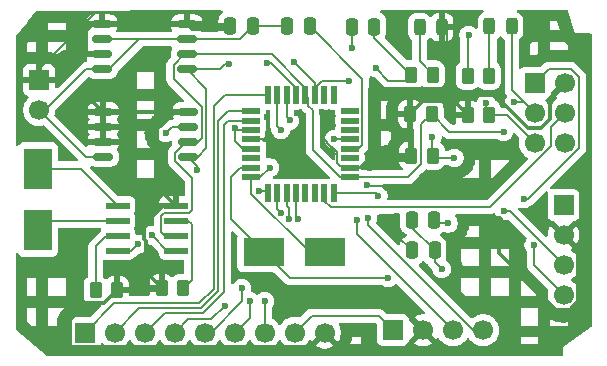
<source format=gbr>
%TF.GenerationSoftware,KiCad,Pcbnew,9.0.1*%
%TF.CreationDate,2025-07-02T13:22:08+05:30*%
%TF.ProjectId,4. MCU data logger,342e204d-4355-4206-9461-7461206c6f67,1*%
%TF.SameCoordinates,Original*%
%TF.FileFunction,Copper,L1,Top*%
%TF.FilePolarity,Positive*%
%FSLAX46Y46*%
G04 Gerber Fmt 4.6, Leading zero omitted, Abs format (unit mm)*
G04 Created by KiCad (PCBNEW 9.0.1) date 2025-07-02 13:22:08*
%MOMM*%
%LPD*%
G01*
G04 APERTURE LIST*
G04 Aperture macros list*
%AMRoundRect*
0 Rectangle with rounded corners*
0 $1 Rounding radius*
0 $2 $3 $4 $5 $6 $7 $8 $9 X,Y pos of 4 corners*
0 Add a 4 corners polygon primitive as box body*
4,1,4,$2,$3,$4,$5,$6,$7,$8,$9,$2,$3,0*
0 Add four circle primitives for the rounded corners*
1,1,$1+$1,$2,$3*
1,1,$1+$1,$4,$5*
1,1,$1+$1,$6,$7*
1,1,$1+$1,$8,$9*
0 Add four rect primitives between the rounded corners*
20,1,$1+$1,$2,$3,$4,$5,0*
20,1,$1+$1,$4,$5,$6,$7,0*
20,1,$1+$1,$6,$7,$8,$9,0*
20,1,$1+$1,$8,$9,$2,$3,0*%
G04 Aperture macros list end*
%TA.AperFunction,SMDPad,CuDef*%
%ADD10RoundRect,0.243750X-0.243750X-0.456250X0.243750X-0.456250X0.243750X0.456250X-0.243750X0.456250X0*%
%TD*%
%TA.AperFunction,SMDPad,CuDef*%
%ADD11RoundRect,0.162500X-0.650000X-0.162500X0.650000X-0.162500X0.650000X0.162500X-0.650000X0.162500X0*%
%TD*%
%TA.AperFunction,ComponentPad*%
%ADD12R,1.700000X1.700000*%
%TD*%
%TA.AperFunction,ComponentPad*%
%ADD13C,1.700000*%
%TD*%
%TA.AperFunction,SMDPad,CuDef*%
%ADD14RoundRect,0.068750X-0.666250X-0.206250X0.666250X-0.206250X0.666250X0.206250X-0.666250X0.206250X0*%
%TD*%
%TA.AperFunction,SMDPad,CuDef*%
%ADD15RoundRect,0.068750X-0.206250X-0.666250X0.206250X-0.666250X0.206250X0.666250X-0.206250X0.666250X0*%
%TD*%
%TA.AperFunction,SMDPad,CuDef*%
%ADD16RoundRect,0.250000X-0.250000X-0.475000X0.250000X-0.475000X0.250000X0.475000X-0.250000X0.475000X0*%
%TD*%
%TA.AperFunction,SMDPad,CuDef*%
%ADD17RoundRect,0.250000X0.250000X0.475000X-0.250000X0.475000X-0.250000X-0.475000X0.250000X-0.475000X0*%
%TD*%
%TA.AperFunction,SMDPad,CuDef*%
%ADD18RoundRect,0.250000X-0.262500X-0.450000X0.262500X-0.450000X0.262500X0.450000X-0.262500X0.450000X0*%
%TD*%
%TA.AperFunction,SMDPad,CuDef*%
%ADD19RoundRect,0.250000X0.262500X0.450000X-0.262500X0.450000X-0.262500X-0.450000X0.262500X-0.450000X0*%
%TD*%
%TA.AperFunction,SMDPad,CuDef*%
%ADD20R,2.400000X3.500000*%
%TD*%
%TA.AperFunction,SMDPad,CuDef*%
%ADD21RoundRect,0.073750X-0.911250X-0.221250X0.911250X-0.221250X0.911250X0.221250X-0.911250X0.221250X0*%
%TD*%
%TA.AperFunction,SMDPad,CuDef*%
%ADD22R,3.500000X2.400000*%
%TD*%
%TA.AperFunction,ViaPad*%
%ADD23C,0.600000*%
%TD*%
%TA.AperFunction,ViaPad*%
%ADD24C,0.700000*%
%TD*%
%TA.AperFunction,Conductor*%
%ADD25C,0.200000*%
%TD*%
%TA.AperFunction,Conductor*%
%ADD26C,0.300000*%
%TD*%
G04 APERTURE END LIST*
D10*
%TO.P,D2,1,K*%
%TO.N,Net-(D2-K)*%
X80416400Y-61315600D03*
%TO.P,D2,2,A*%
%TO.N,/VCC*%
X82291400Y-61315600D03*
%TD*%
D11*
%TO.P,U1,1,A0*%
%TO.N,/VCC*%
X53632600Y-68478400D03*
%TO.P,U1,2,A1*%
X53632600Y-69748400D03*
%TO.P,U1,3,A2*%
X53632600Y-71018400D03*
%TO.P,U1,4,GND*%
%TO.N,GND*%
X53632600Y-72288400D03*
%TO.P,U1,5,SDA*%
%TO.N,/SDA*%
X60807600Y-72288400D03*
%TO.P,U1,6,SCL*%
%TO.N,/SCK*%
X60807600Y-71018400D03*
%TO.P,U1,7,WP*%
%TO.N,GND*%
X60807600Y-69748400D03*
%TO.P,U1,8,VCC*%
%TO.N,/VCC*%
X60807600Y-68478400D03*
%TD*%
D12*
%TO.P,J4,1,Pin_1*%
%TO.N,/MISO*%
X90170000Y-66040000D03*
D13*
%TO.P,J4,2,Pin_2*%
%TO.N,/VCC*%
X92710000Y-66040000D03*
%TO.P,J4,3,Pin_3*%
%TO.N,/SCK*%
X90170000Y-68580000D03*
%TO.P,J4,4,Pin_4*%
%TO.N,/MOSI*%
X92710000Y-68580000D03*
%TO.P,J4,5,Pin_5*%
%TO.N,/RESET*%
X90170000Y-71120000D03*
%TO.P,J4,6,Pin_6*%
%TO.N,GND*%
X92710000Y-71120000D03*
%TD*%
D14*
%TO.P,U4,1,PD3*%
%TO.N,/D3*%
X66188000Y-68421600D03*
%TO.P,U4,2,PD4*%
%TO.N,/D4*%
X66188000Y-69221600D03*
%TO.P,U4,3,GND*%
%TO.N,GND*%
X66188000Y-70021600D03*
%TO.P,U4,4,VCC*%
%TO.N,/VCC*%
X66188000Y-70821600D03*
%TO.P,U4,5,GND*%
%TO.N,GND*%
X66188000Y-71621600D03*
%TO.P,U4,6,VCC*%
%TO.N,unconnected-(U4-VCC-Pad6)*%
X66188000Y-72421600D03*
%TO.P,U4,7,PB6*%
%TO.N,Net-(U4-PB6)*%
X66188000Y-73221600D03*
%TO.P,U4,8,PB7*%
%TO.N,Net-(U4-PB7)*%
X66188000Y-74021600D03*
D15*
%TO.P,U4,9,PD5*%
%TO.N,/D5*%
X67558000Y-75391600D03*
%TO.P,U4,10,PD6*%
%TO.N,/D6*%
X68358000Y-75391600D03*
%TO.P,U4,11,PD7*%
%TO.N,/D7*%
X69158000Y-75391600D03*
%TO.P,U4,12,PB0*%
%TO.N,/D8*%
X69958000Y-75391600D03*
%TO.P,U4,13,PB1*%
%TO.N,unconnected-(U4-PB1-Pad13)*%
X70758000Y-75391600D03*
%TO.P,U4,14,PB2*%
%TO.N,unconnected-(U4-PB2-Pad14)*%
X71558000Y-75391600D03*
%TO.P,U4,15,PB3*%
%TO.N,/MOSI*%
X72358000Y-75391600D03*
%TO.P,U4,16,PB4*%
%TO.N,/MISO*%
X73158000Y-75391600D03*
D14*
%TO.P,U4,17,PB5*%
%TO.N,/SCK*%
X74528000Y-74021600D03*
%TO.P,U4,18,AVCC*%
%TO.N,/VCC*%
X74528000Y-73221600D03*
%TO.P,U4,19,ADC6*%
%TO.N,unconnected-(U4-ADC6-Pad19)*%
X74528000Y-72421600D03*
%TO.P,U4,20,AREF*%
%TO.N,Net-(U4-AREF)*%
X74528000Y-71621600D03*
%TO.P,U4,21,GND*%
%TO.N,GND*%
X74528000Y-70821600D03*
%TO.P,U4,22,ADC7*%
%TO.N,unconnected-(U4-ADC7-Pad22)*%
X74528000Y-70021600D03*
%TO.P,U4,23,PC0*%
%TO.N,unconnected-(U4-PC0-Pad23)*%
X74528000Y-69221600D03*
%TO.P,U4,24,PC1*%
%TO.N,unconnected-(U4-PC1-Pad24)*%
X74528000Y-68421600D03*
D15*
%TO.P,U4,25,PC2*%
%TO.N,unconnected-(U4-PC2-Pad25)*%
X73158000Y-67051600D03*
%TO.P,U4,26,PC3*%
%TO.N,unconnected-(U4-PC3-Pad26)*%
X72358000Y-67051600D03*
%TO.P,U4,27,PC4*%
%TO.N,/SDA*%
X71558000Y-67051600D03*
%TO.P,U4,28,PC5*%
%TO.N,/SCK*%
X70758000Y-67051600D03*
%TO.P,U4,29,PC6/~{RESET}*%
%TO.N,/RESET*%
X69958000Y-67051600D03*
%TO.P,U4,30,PD0*%
%TO.N,/RX*%
X69158000Y-67051600D03*
%TO.P,U4,31,PD1*%
%TO.N,/TX*%
X68358000Y-67051600D03*
%TO.P,U4,32,PD2*%
%TO.N,/D2*%
X67558000Y-67051600D03*
%TD*%
D10*
%TO.P,D1,1,K*%
%TO.N,Net-(D1-K)*%
X86336900Y-61214000D03*
%TO.P,D1,2,A*%
%TO.N,/SCK*%
X88211900Y-61214000D03*
%TD*%
D16*
%TO.P,C2,1*%
%TO.N,/VCC*%
X79786400Y-80213200D03*
%TO.P,C2,2*%
%TO.N,GND*%
X81686400Y-80213200D03*
%TD*%
D11*
%TO.P,U2,1,A0*%
%TO.N,/VCC*%
X53531000Y-61061600D03*
%TO.P,U2,2,A1*%
%TO.N,GND*%
X53531000Y-62331600D03*
%TO.P,U2,3,A2*%
%TO.N,/VCC*%
X53531000Y-63601600D03*
%TO.P,U2,4,GND*%
%TO.N,GND*%
X53531000Y-64871600D03*
%TO.P,U2,5,SDA*%
%TO.N,/SDA*%
X60706000Y-64871600D03*
%TO.P,U2,6,SCL*%
%TO.N,/SCK*%
X60706000Y-63601600D03*
%TO.P,U2,7,WP*%
%TO.N,GND*%
X60706000Y-62331600D03*
%TO.P,U2,8,VCC*%
%TO.N,/VCC*%
X60706000Y-61061600D03*
%TD*%
D17*
%TO.P,C5,1*%
%TO.N,GND*%
X76591200Y-61264800D03*
%TO.P,C5,2*%
%TO.N,Net-(U4-PB7)*%
X74691200Y-61264800D03*
%TD*%
D18*
%TO.P,R4,1*%
%TO.N,/VCC*%
X79709000Y-72186800D03*
%TO.P,R4,2*%
%TO.N,/SDA*%
X81534000Y-72186800D03*
%TD*%
D12*
%TO.P,J1,1,Pin_1*%
%TO.N,GND*%
X92608400Y-76352400D03*
D13*
%TO.P,J1,2,Pin_2*%
%TO.N,/VCC*%
X92608400Y-78892400D03*
%TO.P,J1,3,Pin_3*%
%TO.N,/SDA*%
X92608400Y-81432400D03*
%TO.P,J1,4,Pin_4*%
%TO.N,/SCK*%
X92608400Y-83972400D03*
%TD*%
D18*
%TO.P,R5,1*%
%TO.N,/VCC*%
X84484200Y-68732400D03*
%TO.P,R5,2*%
%TO.N,/RESET*%
X86309200Y-68732400D03*
%TD*%
D19*
%TO.P,R7,1*%
%TO.N,Net-(D2-K)*%
X81534000Y-65328800D03*
%TO.P,R7,2*%
%TO.N,GND*%
X79709000Y-65328800D03*
%TD*%
D18*
%TO.P,R6,1*%
%TO.N,GND*%
X84482300Y-65430400D03*
%TO.P,R6,2*%
%TO.N,Net-(D1-K)*%
X86307300Y-65430400D03*
%TD*%
D20*
%TO.P,Y1,1,1*%
%TO.N,Net-(U5-X2)*%
X48107600Y-78486000D03*
%TO.P,Y1,2,2*%
%TO.N,Net-(U5-X1)*%
X48107600Y-73286000D03*
%TD*%
D12*
%TO.P,J2,1,Pin_1*%
%TO.N,GND*%
X78181200Y-86969600D03*
D13*
%TO.P,J2,2,Pin_2*%
%TO.N,/VCC*%
X80721200Y-86969600D03*
%TO.P,J2,3,Pin_3*%
%TO.N,/RX*%
X83261200Y-86969600D03*
%TO.P,J2,4,Pin_4*%
%TO.N,/TX*%
X85801200Y-86969600D03*
%TD*%
D12*
%TO.P,BT1,1,+*%
%TO.N,/VCC*%
X48209200Y-65786000D03*
D13*
%TO.P,BT1,2,-*%
%TO.N,GND*%
X48209200Y-68326000D03*
%TD*%
D16*
%TO.P,C4,1*%
%TO.N,GND*%
X79771200Y-77622400D03*
%TO.P,C4,2*%
%TO.N,Net-(U4-PB6)*%
X81671200Y-77622400D03*
%TD*%
D21*
%TO.P,U5,1,X1*%
%TO.N,Net-(U5-X1)*%
X54878200Y-76428600D03*
%TO.P,U5,2,X2*%
%TO.N,Net-(U5-X2)*%
X54878200Y-77698600D03*
%TO.P,U5,3,~{INTA}*%
%TO.N,Net-(U5-~{INTA})*%
X54878200Y-78968600D03*
%TO.P,U5,4,GND*%
%TO.N,GND*%
X54878200Y-80238600D03*
%TO.P,U5,5,SDA*%
%TO.N,/SDA*%
X59828200Y-80238600D03*
%TO.P,U5,6,SCL*%
%TO.N,/SCK*%
X59828200Y-78968600D03*
%TO.P,U5,7,SQW/~INT*%
%TO.N,Net-(U5-SQW{slash}~INT)*%
X59828200Y-77698600D03*
%TO.P,U5,8,VCC*%
%TO.N,/VCC*%
X59828200Y-76428600D03*
%TD*%
D16*
%TO.P,C1,1*%
%TO.N,/VCC*%
X64394000Y-61214000D03*
%TO.P,C1,2*%
%TO.N,GND*%
X66294000Y-61214000D03*
%TD*%
D18*
%TO.P,R2,1*%
%TO.N,/VCC*%
X58574300Y-83413600D03*
%TO.P,R2,2*%
%TO.N,Net-(U5-SQW{slash}~INT)*%
X60399300Y-83413600D03*
%TD*%
D12*
%TO.P,J3,1,Pin_1*%
%TO.N,/D2*%
X52070000Y-87172800D03*
D13*
%TO.P,J3,2,Pin_2*%
%TO.N,/D3*%
X54610000Y-87172800D03*
%TO.P,J3,3,Pin_3*%
%TO.N,/D4*%
X57150000Y-87172800D03*
%TO.P,J3,4,Pin_4*%
%TO.N,/D5*%
X59690000Y-87172800D03*
%TO.P,J3,5,Pin_5*%
%TO.N,/D6*%
X62230000Y-87172800D03*
%TO.P,J3,6,Pin_6*%
%TO.N,/D7*%
X64770000Y-87172800D03*
%TO.P,J3,7,Pin_7*%
%TO.N,/D8*%
X67310000Y-87172800D03*
%TO.P,J3,8,Pin_8*%
%TO.N,GND*%
X69850000Y-87172800D03*
%TO.P,J3,9,Pin_9*%
%TO.N,/VCC*%
X72390000Y-87172800D03*
%TD*%
D16*
%TO.P,C3,1*%
%TO.N,GND*%
X69204800Y-61214000D03*
%TO.P,C3,2*%
%TO.N,Net-(U4-AREF)*%
X71104800Y-61214000D03*
%TD*%
D22*
%TO.P,Y2,1,1*%
%TO.N,Net-(U4-PB7)*%
X72450000Y-80365600D03*
%TO.P,Y2,2,2*%
%TO.N,Net-(U4-PB6)*%
X67250000Y-80365600D03*
%TD*%
D18*
%TO.P,R3,1*%
%TO.N,/VCC*%
X79607400Y-68681600D03*
%TO.P,R3,2*%
%TO.N,/SCK*%
X81432400Y-68681600D03*
%TD*%
D19*
%TO.P,R1,1*%
%TO.N,/VCC*%
X54811300Y-83566000D03*
%TO.P,R1,2*%
%TO.N,Net-(U5-~{INTA})*%
X52986300Y-83566000D03*
%TD*%
D23*
%TO.N,GND*%
X82296000Y-81788000D03*
X73202800Y-70815200D03*
X76708000Y-64770000D03*
X84582000Y-61976000D03*
X58928000Y-70256400D03*
X56540400Y-79705200D03*
X64770000Y-69821600D03*
D24*
%TO.N,/VCC*%
X50698400Y-64465200D03*
X87176707Y-77665387D03*
D23*
X62788613Y-60768000D03*
X67513200Y-68935600D03*
D24*
X51866800Y-67614800D03*
D23*
X76200000Y-73253600D03*
D24*
X80670400Y-74015600D03*
X84785200Y-75528400D03*
D23*
X78536800Y-77317600D03*
X75946000Y-74676000D03*
X70020265Y-68597865D03*
X78079600Y-75539600D03*
D24*
X77825600Y-72542400D03*
D23*
X72136000Y-68529200D03*
%TO.N,Net-(U4-PB6)*%
X77774800Y-82550000D03*
X82854800Y-77927200D03*
%TO.N,Net-(U4-PB7)*%
X74676000Y-63093600D03*
X67716400Y-73202800D03*
%TO.N,/SCK*%
X90101335Y-79773865D03*
X87528400Y-70154800D03*
X88428435Y-67679965D03*
%TO.N,/SDA*%
X69799200Y-64262000D03*
X74472800Y-65836800D03*
X64262000Y-64465200D03*
X83362800Y-72390000D03*
X61569600Y-73406000D03*
X57759600Y-78943200D03*
X81483200Y-70612000D03*
X87579200Y-76860400D03*
%TO.N,/RX*%
X75082400Y-77673200D03*
X69410665Y-69207465D03*
%TO.N,/TX*%
X76047600Y-77470000D03*
X68681600Y-70002400D03*
%TO.N,/D6*%
X68681409Y-77063791D03*
X65379600Y-83413600D03*
%TO.N,/D8*%
X67310000Y-84531200D03*
X70140231Y-77574015D03*
%TO.N,/D5*%
X66801809Y-75184191D03*
X63906400Y-84886800D03*
%TO.N,/D7*%
X69342000Y-77520800D03*
X66040000Y-84531200D03*
%TO.N,/MISO*%
X76911200Y-75590400D03*
X89255600Y-75844400D03*
%TO.N,/RESET*%
X86055200Y-67756000D03*
X67462400Y-64312800D03*
%TD*%
D25*
%TO.N,GND*%
X69850000Y-87172800D02*
X71272400Y-85750400D01*
X53531000Y-64871600D02*
X54152800Y-64871600D01*
X74528000Y-70821600D02*
X73209200Y-70821600D01*
X66188000Y-71621600D02*
X65453000Y-71621600D01*
X64970000Y-70021600D02*
X64770000Y-69821600D01*
X54152800Y-64871600D02*
X56692800Y-62331600D01*
X64770000Y-70938600D02*
X64770000Y-69821600D01*
X84482300Y-65430400D02*
X84482300Y-62075700D01*
X71272400Y-85750400D02*
X76962000Y-85750400D01*
X66188000Y-70021600D02*
X64970000Y-70021600D01*
X48209200Y-68326000D02*
X52171600Y-72288400D01*
X65176400Y-62331600D02*
X66294000Y-61214000D01*
X81686400Y-80213200D02*
X81686400Y-81178400D01*
X76962000Y-85750400D02*
X78181200Y-86969600D01*
X56007000Y-80238600D02*
X56540400Y-79705200D01*
X52171600Y-72288400D02*
X53632600Y-72288400D01*
X73209200Y-70821600D02*
X73202800Y-70815200D01*
X53531000Y-62331600D02*
X56692800Y-62331600D01*
X56692800Y-62331600D02*
X60706000Y-62331600D01*
X60706000Y-62331600D02*
X65176400Y-62331600D01*
X53429400Y-64770000D02*
X53531000Y-64871600D01*
X79191400Y-65846400D02*
X79709000Y-65328800D01*
X54878200Y-80238600D02*
X56007000Y-80238600D01*
X81686400Y-80213200D02*
X79771200Y-78298000D01*
X48717200Y-68326000D02*
X52171600Y-64871600D01*
X60807600Y-69748400D02*
X59436000Y-69748400D01*
X79771200Y-78298000D02*
X79771200Y-77622400D01*
X65453000Y-71621600D02*
X64770000Y-70938600D01*
X52171600Y-64871600D02*
X53531000Y-64871600D01*
X76708000Y-64770000D02*
X77784400Y-65846400D01*
X84482300Y-62075700D02*
X84582000Y-61976000D01*
X76591200Y-62211000D02*
X79709000Y-65328800D01*
X81686400Y-81178400D02*
X82296000Y-81788000D01*
X66294000Y-61214000D02*
X69204800Y-61214000D01*
X59436000Y-69748400D02*
X58928000Y-70256400D01*
X76591200Y-61264800D02*
X76591200Y-62211000D01*
X48209200Y-68326000D02*
X48717200Y-68326000D01*
X77784400Y-65846400D02*
X79191400Y-65846400D01*
D26*
%TO.N,/VCC*%
X87176707Y-80464107D02*
X87176707Y-77665387D01*
X91936000Y-85223400D02*
X87176707Y-80464107D01*
D25*
X82777698Y-66066302D02*
X82397600Y-66446400D01*
X76098400Y-66446400D02*
X76098400Y-72386200D01*
D26*
X83667600Y-74015600D02*
X80670400Y-74015600D01*
X52171600Y-61608501D02*
X52171600Y-63601600D01*
X91421000Y-67329000D02*
X91421000Y-69098182D01*
X94640400Y-80924400D02*
X94640400Y-85445600D01*
D25*
X72990200Y-71466200D02*
X73442000Y-71918000D01*
X82397600Y-66446400D02*
X76098400Y-66446400D01*
D26*
X51562000Y-63601600D02*
X50698400Y-64465200D01*
D25*
X73685978Y-73047600D02*
X74528000Y-73047600D01*
X78536800Y-78963600D02*
X78536800Y-77317600D01*
D26*
X92608400Y-78892400D02*
X93859400Y-80143400D01*
D25*
X75996800Y-74726800D02*
X77266800Y-74726800D01*
D26*
X52718501Y-61061600D02*
X52171600Y-61608501D01*
D25*
X62788613Y-60198000D02*
X62707780Y-60117167D01*
X48209200Y-64840198D02*
X48209200Y-65786000D01*
D26*
X54811300Y-83566000D02*
X58421900Y-83566000D01*
X58574300Y-83413600D02*
X57241400Y-82080700D01*
X58421900Y-83566000D02*
X58574300Y-83413600D01*
X57241400Y-79416364D02*
X57058600Y-79233564D01*
X71139000Y-88423800D02*
X50819000Y-88423800D01*
X53632600Y-69748400D02*
X53632600Y-71018400D01*
X64140000Y-61468000D02*
X64394000Y-61214000D01*
D25*
X73442000Y-72003622D02*
X73459978Y-72021600D01*
D26*
X52769000Y-67614800D02*
X53632600Y-68478400D01*
X77825600Y-72542400D02*
X79353400Y-72542400D01*
X53531000Y-61061600D02*
X52718501Y-61061600D01*
X57058600Y-79233564D02*
X57058600Y-78095160D01*
D25*
X77266800Y-74726800D02*
X78079600Y-75539600D01*
X74560000Y-73253600D02*
X74528000Y-73221600D01*
D26*
X58227000Y-74827400D02*
X58227000Y-69966036D01*
X57058600Y-78095160D02*
X58725160Y-76428600D01*
X79607400Y-72085200D02*
X79709000Y-72186800D01*
X57241400Y-82080700D02*
X57241400Y-79416364D01*
D25*
X62707780Y-60117167D02*
X52932231Y-60117167D01*
X82291400Y-61315600D02*
X82777698Y-61801898D01*
D26*
X82753200Y-89001600D02*
X80721200Y-86969600D01*
X91084400Y-89001600D02*
X82753200Y-89001600D01*
D25*
X67513200Y-68935600D02*
X67513200Y-70093712D01*
D26*
X91421000Y-69098182D02*
X90688182Y-69831000D01*
X53531000Y-61061600D02*
X60706000Y-61061600D01*
D25*
X67457256Y-70149656D02*
X67457256Y-70821600D01*
X62788613Y-60768000D02*
X62788613Y-60198000D01*
X72933146Y-71466200D02*
X72990200Y-71466200D01*
X67457256Y-70821600D02*
X66188000Y-70821600D01*
D26*
X72390000Y-87172800D02*
X71139000Y-88423800D01*
D25*
X73442000Y-72039578D02*
X73442000Y-72803622D01*
D26*
X89589520Y-69831000D02*
X86814520Y-67056000D01*
D25*
X72136000Y-68529200D02*
X72136000Y-70612000D01*
X82777698Y-61801898D02*
X82777698Y-66066302D01*
D26*
X53531000Y-63601600D02*
X51562000Y-63601600D01*
X72390000Y-87172800D02*
X74168000Y-88950800D01*
X78740000Y-88950800D02*
X80721200Y-86969600D01*
X84484200Y-67458600D02*
X84484200Y-68732400D01*
X52171600Y-63601600D02*
X53531000Y-63601600D01*
X93859400Y-80143400D02*
X93859400Y-84490582D01*
X79607400Y-68681600D02*
X79607400Y-72085200D01*
D25*
X52932231Y-60117167D02*
X48209200Y-64840198D01*
D26*
X84785200Y-75133200D02*
X83667600Y-74015600D01*
X60706000Y-61061600D02*
X61112400Y-61468000D01*
D25*
X72551800Y-71084854D02*
X72933146Y-71466200D01*
D26*
X94640400Y-85445600D02*
X91084400Y-89001600D01*
D25*
X76098400Y-72386200D02*
X75263000Y-73221600D01*
D26*
X83332400Y-67580600D02*
X80708400Y-67580600D01*
X50819000Y-88423800D02*
X50819000Y-86087000D01*
X52239000Y-84667000D02*
X53710300Y-84667000D01*
X50819000Y-86087000D02*
X52239000Y-84667000D01*
X93126582Y-85223400D02*
X91936000Y-85223400D01*
X84785200Y-75528400D02*
X84785200Y-75133200D01*
X51866800Y-67614800D02*
X52769000Y-67614800D01*
X74168000Y-88950800D02*
X78740000Y-88950800D01*
D25*
X73442000Y-71918000D02*
X73442000Y-72003622D01*
X74528000Y-73047600D02*
X74528000Y-73221600D01*
D26*
X53632600Y-68478400D02*
X60807600Y-68478400D01*
X84886800Y-67056000D02*
X84484200Y-67458600D01*
D25*
X75946000Y-74676000D02*
X75996800Y-74726800D01*
D26*
X61112400Y-61468000D02*
X64140000Y-61468000D01*
X58725160Y-76428600D02*
X59828200Y-76428600D01*
X53710300Y-84667000D02*
X54811300Y-83566000D01*
X84484200Y-68732400D02*
X83332400Y-67580600D01*
D25*
X67513200Y-70093712D02*
X67457256Y-70149656D01*
D26*
X92710000Y-66040000D02*
X91421000Y-67329000D01*
X80708400Y-67580600D02*
X79607400Y-68681600D01*
D25*
X72551800Y-71027800D02*
X72551800Y-71084854D01*
D26*
X92608400Y-78892400D02*
X94640400Y-80924400D01*
X86814520Y-67056000D02*
X84886800Y-67056000D01*
X79353400Y-72542400D02*
X79709000Y-72186800D01*
X53632600Y-68478400D02*
X53632600Y-69748400D01*
X59828200Y-76428600D02*
X58227000Y-74827400D01*
X90688182Y-69831000D02*
X89589520Y-69831000D01*
D25*
X73442000Y-72803622D02*
X73685978Y-73047600D01*
X75263000Y-73221600D02*
X74528000Y-73221600D01*
X76200000Y-73253600D02*
X74560000Y-73253600D01*
X73459978Y-72021600D02*
X73442000Y-72039578D01*
D26*
X59714636Y-68478400D02*
X60807600Y-68478400D01*
D25*
X72136000Y-70612000D02*
X72551800Y-71027800D01*
D26*
X58227000Y-69966036D02*
X59714636Y-68478400D01*
X93859400Y-84490582D02*
X93126582Y-85223400D01*
D25*
X79786400Y-80213200D02*
X78536800Y-78963600D01*
%TO.N,Net-(U4-AREF)*%
X71104800Y-61214000D02*
X75564000Y-65673200D01*
X75564000Y-71262400D02*
X75204800Y-71621600D01*
X75564000Y-65673200D02*
X75564000Y-71262400D01*
X75204800Y-71621600D02*
X74528000Y-71621600D01*
%TO.N,Net-(U4-PB6)*%
X64465200Y-77580800D02*
X64465200Y-74004400D01*
X67250000Y-80365600D02*
X64465200Y-77580800D01*
X65248000Y-73221600D02*
X66188000Y-73221600D01*
X82854800Y-77927200D02*
X81976000Y-77927200D01*
X67250000Y-80365600D02*
X69434400Y-82550000D01*
X64465200Y-74004400D02*
X65248000Y-73221600D01*
X81976000Y-77927200D02*
X81671200Y-77622400D01*
X69434400Y-82550000D02*
X77774800Y-82550000D01*
%TO.N,Net-(U4-PB7)*%
X66188000Y-75418912D02*
X66188000Y-74021600D01*
X67716400Y-73202800D02*
X66897600Y-74021600D01*
X72450000Y-80365600D02*
X71134688Y-80365600D01*
X74691200Y-63078400D02*
X74676000Y-63093600D01*
X71134688Y-80365600D02*
X66188000Y-75418912D01*
X74691200Y-61264800D02*
X74691200Y-63078400D01*
X66897600Y-74021600D02*
X66188000Y-74021600D01*
%TO.N,/SCK*%
X88211900Y-61214000D02*
X88211900Y-66621900D01*
X70758000Y-67051600D02*
X70758000Y-66454288D01*
X71374000Y-68341600D02*
X71374000Y-71673456D01*
X82905600Y-70154800D02*
X87528400Y-70154800D01*
X81432400Y-68681600D02*
X80572500Y-69541500D01*
X59592500Y-65720098D02*
X61971100Y-68098698D01*
X58787680Y-77074600D02*
X60917432Y-77074600D01*
X60706000Y-63601600D02*
X60503510Y-63601600D01*
X73722144Y-74021600D02*
X74528000Y-74021600D01*
X89269965Y-67679965D02*
X90170000Y-68580000D01*
X61971100Y-70667399D02*
X61620099Y-71018400D01*
X70982000Y-67949600D02*
X71374000Y-68341600D01*
X88428435Y-67679965D02*
X89269965Y-67679965D01*
X70758000Y-67051600D02*
X70982000Y-67275600D01*
X81432400Y-68681600D02*
X82905600Y-70154800D01*
X67905312Y-63601600D02*
X60706000Y-63601600D01*
X90101335Y-81465335D02*
X90101335Y-79773865D01*
X61620099Y-71018400D02*
X60807600Y-71018400D01*
X70758000Y-66454288D02*
X67905312Y-63601600D01*
X92608400Y-83972400D02*
X90101335Y-81465335D01*
X59694100Y-72647390D02*
X59694100Y-71929410D01*
X59694100Y-71929410D02*
X60605110Y-71018400D01*
X59828200Y-78968600D02*
X58843200Y-78968600D01*
X60605110Y-71018400D02*
X60807600Y-71018400D01*
X59592500Y-64512610D02*
X59592500Y-65720098D01*
X88211900Y-66621900D02*
X90170000Y-68580000D01*
X61971100Y-68098698D02*
X61971100Y-70667399D01*
X60917432Y-77074600D02*
X61164200Y-76827832D01*
X58521600Y-77340680D02*
X58787680Y-77074600D01*
X80572500Y-69541500D02*
X80572500Y-72892670D01*
X70982000Y-67275600D02*
X70982000Y-67949600D01*
X71374000Y-71673456D02*
X73722144Y-74021600D01*
X79443570Y-74021600D02*
X74528000Y-74021600D01*
X61164200Y-74117490D02*
X59694100Y-72647390D01*
X61164200Y-76827832D02*
X61164200Y-74117490D01*
X80572500Y-72892670D02*
X79443570Y-74021600D01*
X60503510Y-63601600D02*
X59592500Y-64512610D01*
X58843200Y-78968600D02*
X58521600Y-78647000D01*
X58521600Y-78647000D02*
X58521600Y-77340680D01*
%TO.N,Net-(D1-K)*%
X86336900Y-65400800D02*
X86307300Y-65430400D01*
X86336900Y-61214000D02*
X86336900Y-65400800D01*
%TO.N,Net-(D2-K)*%
X80416400Y-61315600D02*
X80416400Y-64211200D01*
X80416400Y-64211200D02*
X81534000Y-65328800D01*
%TO.N,/SDA*%
X92608400Y-81432400D02*
X88036400Y-76860400D01*
X81737200Y-72390000D02*
X81534000Y-72186800D01*
X61569600Y-73050400D02*
X60807600Y-72288400D01*
X83362800Y-72390000D02*
X81737200Y-72390000D01*
X81483200Y-72136000D02*
X81534000Y-72186800D01*
X63550800Y-64871600D02*
X60706000Y-64871600D01*
X71558000Y-66020800D02*
X69799200Y-64262000D01*
X71558000Y-66454288D02*
X72175488Y-65836800D01*
X81483200Y-70612000D02*
X81483200Y-72136000D01*
X62372100Y-66537700D02*
X62372100Y-71536399D01*
X71558000Y-67051600D02*
X71558000Y-66454288D01*
X64262000Y-64465200D02*
X63957200Y-64465200D01*
X61620099Y-72288400D02*
X60807600Y-72288400D01*
X71558000Y-67051600D02*
X71558000Y-66020800D01*
X62372100Y-71536399D02*
X61620099Y-72288400D01*
X59828200Y-80238600D02*
X59055000Y-80238600D01*
X59055000Y-80238600D02*
X57759600Y-78943200D01*
X61569600Y-73406000D02*
X61569600Y-73050400D01*
X60706000Y-64871600D02*
X62372100Y-66537700D01*
X63957200Y-64465200D02*
X63550800Y-64871600D01*
X72175488Y-65836800D02*
X74472800Y-65836800D01*
X88036400Y-76860400D02*
X87579200Y-76860400D01*
%TO.N,/RX*%
X69158000Y-68954800D02*
X69158000Y-67051600D01*
X75082400Y-78790800D02*
X75082400Y-77673200D01*
X83261200Y-86969600D02*
X75082400Y-78790800D01*
X69410665Y-69207465D02*
X69158000Y-68954800D01*
%TO.N,/TX*%
X85801200Y-86969600D02*
X84963000Y-86969600D01*
X68358000Y-69678800D02*
X68358000Y-67051600D01*
X68681600Y-70002400D02*
X68358000Y-69678800D01*
X84963000Y-86969600D02*
X76047600Y-78054200D01*
X76047600Y-78054200D02*
X76047600Y-77470000D01*
%TO.N,/D6*%
X62230000Y-87172800D02*
X62746300Y-87172800D01*
X68681409Y-77063791D02*
X68358000Y-76740382D01*
X65379600Y-84539500D02*
X65379600Y-83413600D01*
X68358000Y-76740382D02*
X68358000Y-75391600D01*
X62746300Y-87172800D02*
X65379600Y-84539500D01*
%TO.N,/D8*%
X70140231Y-77574015D02*
X69958000Y-77391784D01*
X67310000Y-87172800D02*
X67310000Y-84531200D01*
X69958000Y-77391784D02*
X69958000Y-75391600D01*
%TO.N,/D2*%
X61767370Y-84683600D02*
X62992000Y-83458970D01*
X62992000Y-68021200D02*
X63961600Y-67051600D01*
X62992000Y-83458970D02*
X62992000Y-68021200D01*
X63961600Y-67051600D02*
X67558000Y-67051600D01*
X54559200Y-84683600D02*
X61767370Y-84683600D01*
X52070000Y-87172800D02*
X54559200Y-84683600D01*
%TO.N,/D3*%
X63393000Y-83625070D02*
X63393000Y-69245800D01*
X63393000Y-69245800D02*
X64217200Y-68421600D01*
X54610000Y-87172800D02*
X56698200Y-85084600D01*
X56698200Y-85084600D02*
X61933470Y-85084600D01*
X64217200Y-68421600D02*
X66188000Y-68421600D01*
X61933470Y-85084600D02*
X63393000Y-83625070D01*
%TO.N,/D4*%
X58837200Y-85485600D02*
X62099570Y-85485600D01*
X63855600Y-83729570D02*
X63855600Y-69596000D01*
X57150000Y-87172800D02*
X58837200Y-85485600D01*
X62099570Y-85485600D02*
X63855600Y-83729570D01*
X64230000Y-69221600D02*
X66188000Y-69221600D01*
X63855600Y-69596000D02*
X64230000Y-69221600D01*
%TO.N,/D5*%
X67350591Y-75184191D02*
X67558000Y-75391600D01*
X62771400Y-86021800D02*
X63906400Y-84886800D01*
X60841000Y-86021800D02*
X62771400Y-86021800D01*
X66801809Y-75184191D02*
X67350591Y-75184191D01*
X59690000Y-87172800D02*
X60841000Y-86021800D01*
%TO.N,/D7*%
X69158000Y-76473200D02*
X69158000Y-75391600D01*
X66040000Y-85902800D02*
X66040000Y-84531200D01*
X69342000Y-77520800D02*
X69342000Y-76657200D01*
X64770000Y-87172800D02*
X66040000Y-85902800D01*
X69342000Y-76657200D02*
X69158000Y-76473200D01*
%TO.N,/MOSI*%
X91559000Y-69731000D02*
X91559000Y-71358760D01*
X72358000Y-75988912D02*
X72358000Y-75391600D01*
X92710000Y-68580000D02*
X91559000Y-69731000D01*
X91559000Y-71358760D02*
X86362160Y-76555600D01*
X72924688Y-76555600D02*
X72358000Y-75988912D01*
X86362160Y-76555600D02*
X72924688Y-76555600D01*
%TO.N,/MISO*%
X76911200Y-75590400D02*
X76712400Y-75391600D01*
X93911000Y-71546760D02*
X89613360Y-75844400D01*
X89613360Y-75844400D02*
X89255600Y-75844400D01*
X93207471Y-64839000D02*
X93911000Y-65542529D01*
X90170000Y-66040000D02*
X91371000Y-64839000D01*
X91371000Y-64839000D02*
X93207471Y-64839000D01*
X93911000Y-65542529D02*
X93911000Y-71546760D01*
X76712400Y-75391600D02*
X73158000Y-75391600D01*
%TO.N,/RESET*%
X69958000Y-67051600D02*
X69958000Y-66454288D01*
X86055200Y-67756000D02*
X86055200Y-68478400D01*
X87782400Y-68732400D02*
X90170000Y-71120000D01*
X86309200Y-68732400D02*
X87782400Y-68732400D01*
X69958000Y-66454288D02*
X67816512Y-64312800D01*
X86055200Y-68478400D02*
X86309200Y-68732400D01*
X67816512Y-64312800D02*
X67462400Y-64312800D01*
%TO.N,Net-(U5-~{INTA})*%
X53893200Y-78968600D02*
X52986300Y-79875500D01*
X52986300Y-79875500D02*
X52986300Y-83566000D01*
X54878200Y-78968600D02*
X53893200Y-78968600D01*
%TO.N,Net-(U5-SQW{slash}~INT)*%
X60813200Y-77698600D02*
X61114200Y-77999600D01*
X59828200Y-77698600D02*
X60813200Y-77698600D01*
X61114200Y-77999600D02*
X61114200Y-82698700D01*
X61114200Y-82698700D02*
X60399300Y-83413600D01*
%TO.N,Net-(U5-X1)*%
X51735600Y-73286000D02*
X54878200Y-76428600D01*
X48107600Y-73286000D02*
X51735600Y-73286000D01*
%TO.N,Net-(U5-X2)*%
X48107600Y-78486000D02*
X48895000Y-77698600D01*
X48895000Y-77698600D02*
X54878200Y-77698600D01*
%TD*%
%TA.AperFunction,Conductor*%
%TO.N,/VCC*%
G36*
X92937468Y-59841209D02*
G01*
X92983358Y-59893896D01*
X92989324Y-59909592D01*
X93263299Y-60809797D01*
X93573961Y-61830542D01*
X94879500Y-61830542D01*
X94946539Y-61850227D01*
X94992294Y-61903031D01*
X95003500Y-61954542D01*
X95003500Y-86561492D01*
X94983815Y-86628531D01*
X94952316Y-86661860D01*
X92557962Y-88398940D01*
X92557961Y-88398943D01*
X92557961Y-89037500D01*
X92538276Y-89104539D01*
X92485472Y-89150294D01*
X92433961Y-89161500D01*
X48984564Y-89161500D01*
X48917525Y-89141815D01*
X48905630Y-89133132D01*
X46265566Y-86954031D01*
X46226394Y-86896174D01*
X46220500Y-86858399D01*
X46220500Y-86283154D01*
X47218500Y-86283154D01*
X47568079Y-86571696D01*
X47970500Y-86571696D01*
X48968500Y-86571696D01*
X49721500Y-86571696D01*
X49721500Y-86261552D01*
X49721545Y-86258228D01*
X49722084Y-86238127D01*
X49722217Y-86234807D01*
X49723649Y-86208120D01*
X49723871Y-86204811D01*
X49725481Y-86184818D01*
X49725792Y-86181515D01*
X49736962Y-86077625D01*
X49738029Y-86069957D01*
X49745936Y-86023771D01*
X49747481Y-86016181D01*
X49761826Y-85955470D01*
X49763842Y-85947991D01*
X49777450Y-85903128D01*
X49779929Y-85895788D01*
X49853587Y-85698298D01*
X49856975Y-85690118D01*
X49879233Y-85641381D01*
X49883195Y-85633467D01*
X49917372Y-85570877D01*
X49921890Y-85563263D01*
X49950854Y-85518196D01*
X49955902Y-85510926D01*
X50084886Y-85338627D01*
X50090439Y-85331736D01*
X50125519Y-85291251D01*
X50131551Y-85284772D01*
X50181972Y-85234351D01*
X50188451Y-85228319D01*
X50228936Y-85193239D01*
X50235827Y-85187686D01*
X50393440Y-85069696D01*
X48968500Y-85069696D01*
X48968500Y-86571696D01*
X47970500Y-86571696D01*
X47970500Y-85069696D01*
X47218500Y-85069696D01*
X47218500Y-86283154D01*
X46220500Y-86283154D01*
X46220500Y-84071696D01*
X47218500Y-84071696D01*
X47970500Y-84071696D01*
X48968500Y-84071696D01*
X50470500Y-84071696D01*
X50470500Y-82569696D01*
X48968500Y-82569696D01*
X48968500Y-84071696D01*
X47970500Y-84071696D01*
X47970500Y-82569696D01*
X47218500Y-82569696D01*
X47218500Y-84071696D01*
X46220500Y-84071696D01*
X46220500Y-80513294D01*
X46240185Y-80446255D01*
X46292989Y-80400500D01*
X46362147Y-80390556D01*
X46425703Y-80419581D01*
X46460682Y-80469962D01*
X46463801Y-80478326D01*
X46463806Y-80478335D01*
X46550052Y-80593544D01*
X46550055Y-80593547D01*
X46665264Y-80679793D01*
X46665271Y-80679797D01*
X46800117Y-80730091D01*
X46800116Y-80730091D01*
X46807044Y-80730835D01*
X46859727Y-80736500D01*
X49355472Y-80736499D01*
X49415083Y-80730091D01*
X49549931Y-80679796D01*
X49665146Y-80593546D01*
X49751396Y-80478331D01*
X49801691Y-80343483D01*
X49808100Y-80283873D01*
X49808099Y-78423099D01*
X49827784Y-78356061D01*
X49880587Y-78310306D01*
X49932099Y-78299100D01*
X53345479Y-78299100D01*
X53412518Y-78318785D01*
X53458273Y-78371589D01*
X53468217Y-78440747D01*
X53460041Y-78470548D01*
X53441919Y-78514301D01*
X53411515Y-78587701D01*
X53384635Y-78627928D01*
X52617586Y-79394978D01*
X52505781Y-79506782D01*
X52505775Y-79506790D01*
X52472176Y-79564987D01*
X52472176Y-79564989D01*
X52426723Y-79643714D01*
X52426723Y-79643715D01*
X52385799Y-79796443D01*
X52385799Y-79796445D01*
X52385799Y-79964546D01*
X52385800Y-79964559D01*
X52385800Y-82373491D01*
X52366115Y-82440530D01*
X52326898Y-82479029D01*
X52255144Y-82523287D01*
X52131089Y-82647342D01*
X52038987Y-82796663D01*
X52038985Y-82796668D01*
X52011149Y-82880670D01*
X51983801Y-82963203D01*
X51983801Y-82963204D01*
X51983800Y-82963204D01*
X51973300Y-83065983D01*
X51973300Y-84066001D01*
X51973301Y-84066019D01*
X51983800Y-84168796D01*
X51983801Y-84168799D01*
X52032210Y-84314886D01*
X52038986Y-84335334D01*
X52131088Y-84484656D01*
X52255144Y-84608712D01*
X52404466Y-84700814D01*
X52571003Y-84755999D01*
X52673791Y-84766500D01*
X53298808Y-84766499D01*
X53317668Y-84764572D01*
X53386359Y-84777340D01*
X53437244Y-84825220D01*
X53454166Y-84893010D01*
X53431752Y-84959186D01*
X53417951Y-84975611D01*
X52607582Y-85785981D01*
X52546259Y-85819466D01*
X52519901Y-85822300D01*
X51172129Y-85822300D01*
X51172123Y-85822301D01*
X51112516Y-85828708D01*
X50977671Y-85879002D01*
X50977664Y-85879006D01*
X50862455Y-85965252D01*
X50862452Y-85965255D01*
X50776206Y-86080464D01*
X50776202Y-86080471D01*
X50725908Y-86215317D01*
X50719501Y-86274916D01*
X50719500Y-86274935D01*
X50719500Y-88070670D01*
X50719501Y-88070676D01*
X50725908Y-88130283D01*
X50776202Y-88265128D01*
X50776206Y-88265135D01*
X50862452Y-88380344D01*
X50862455Y-88380347D01*
X50977664Y-88466593D01*
X50977671Y-88466597D01*
X51112517Y-88516891D01*
X51112516Y-88516891D01*
X51119444Y-88517635D01*
X51172127Y-88523300D01*
X52967872Y-88523299D01*
X53027483Y-88516891D01*
X53162331Y-88466596D01*
X53277546Y-88380346D01*
X53363796Y-88265131D01*
X53412810Y-88133716D01*
X53454681Y-88077784D01*
X53520145Y-88053366D01*
X53588418Y-88068217D01*
X53616673Y-88089369D01*
X53730213Y-88202909D01*
X53902179Y-88327848D01*
X53902181Y-88327849D01*
X53902184Y-88327851D01*
X54091588Y-88424357D01*
X54293757Y-88490046D01*
X54503713Y-88523300D01*
X54503714Y-88523300D01*
X54716286Y-88523300D01*
X54716287Y-88523300D01*
X54926243Y-88490046D01*
X55128412Y-88424357D01*
X55317816Y-88327851D01*
X55404138Y-88265135D01*
X55489786Y-88202909D01*
X55489788Y-88202906D01*
X55489792Y-88202904D01*
X55640104Y-88052592D01*
X55640106Y-88052588D01*
X55640109Y-88052586D01*
X55765048Y-87880620D01*
X55765047Y-87880620D01*
X55765051Y-87880616D01*
X55769514Y-87871854D01*
X55817488Y-87821059D01*
X55885308Y-87804263D01*
X55951444Y-87826799D01*
X55990486Y-87871856D01*
X55994951Y-87880620D01*
X56119890Y-88052586D01*
X56270213Y-88202909D01*
X56442179Y-88327848D01*
X56442181Y-88327849D01*
X56442184Y-88327851D01*
X56631588Y-88424357D01*
X56833757Y-88490046D01*
X57043713Y-88523300D01*
X57043714Y-88523300D01*
X57256286Y-88523300D01*
X57256287Y-88523300D01*
X57466243Y-88490046D01*
X57668412Y-88424357D01*
X57857816Y-88327851D01*
X57944138Y-88265135D01*
X58029786Y-88202909D01*
X58029788Y-88202906D01*
X58029792Y-88202904D01*
X58180104Y-88052592D01*
X58180106Y-88052588D01*
X58180109Y-88052586D01*
X58305048Y-87880620D01*
X58305047Y-87880620D01*
X58305051Y-87880616D01*
X58309514Y-87871854D01*
X58357488Y-87821059D01*
X58425308Y-87804263D01*
X58491444Y-87826799D01*
X58530486Y-87871856D01*
X58534951Y-87880620D01*
X58659890Y-88052586D01*
X58810213Y-88202909D01*
X58982179Y-88327848D01*
X58982181Y-88327849D01*
X58982184Y-88327851D01*
X59171588Y-88424357D01*
X59373757Y-88490046D01*
X59583713Y-88523300D01*
X59583714Y-88523300D01*
X59796286Y-88523300D01*
X59796287Y-88523300D01*
X60006243Y-88490046D01*
X60208412Y-88424357D01*
X60397816Y-88327851D01*
X60484138Y-88265135D01*
X60569786Y-88202909D01*
X60569788Y-88202906D01*
X60569792Y-88202904D01*
X60720104Y-88052592D01*
X60720106Y-88052588D01*
X60720109Y-88052586D01*
X60845048Y-87880620D01*
X60845047Y-87880620D01*
X60845051Y-87880616D01*
X60849514Y-87871854D01*
X60897488Y-87821059D01*
X60965308Y-87804263D01*
X61031444Y-87826799D01*
X61070486Y-87871856D01*
X61074951Y-87880620D01*
X61199890Y-88052586D01*
X61350213Y-88202909D01*
X61522179Y-88327848D01*
X61522181Y-88327849D01*
X61522184Y-88327851D01*
X61711588Y-88424357D01*
X61913757Y-88490046D01*
X62123713Y-88523300D01*
X62123714Y-88523300D01*
X62336286Y-88523300D01*
X62336287Y-88523300D01*
X62546243Y-88490046D01*
X62748412Y-88424357D01*
X62937816Y-88327851D01*
X63024138Y-88265135D01*
X63109786Y-88202909D01*
X63109788Y-88202906D01*
X63109792Y-88202904D01*
X63260104Y-88052592D01*
X63260106Y-88052588D01*
X63260109Y-88052586D01*
X63385048Y-87880620D01*
X63385047Y-87880620D01*
X63385051Y-87880616D01*
X63389514Y-87871854D01*
X63437488Y-87821059D01*
X63505308Y-87804263D01*
X63571444Y-87826799D01*
X63610486Y-87871856D01*
X63614951Y-87880620D01*
X63739890Y-88052586D01*
X63890213Y-88202909D01*
X64062179Y-88327848D01*
X64062181Y-88327849D01*
X64062184Y-88327851D01*
X64251588Y-88424357D01*
X64453757Y-88490046D01*
X64663713Y-88523300D01*
X64663714Y-88523300D01*
X64876286Y-88523300D01*
X64876287Y-88523300D01*
X65086243Y-88490046D01*
X65288412Y-88424357D01*
X65477816Y-88327851D01*
X65564138Y-88265135D01*
X65649786Y-88202909D01*
X65649788Y-88202906D01*
X65649792Y-88202904D01*
X65800104Y-88052592D01*
X65800106Y-88052588D01*
X65800109Y-88052586D01*
X65925048Y-87880620D01*
X65925047Y-87880620D01*
X65925051Y-87880616D01*
X65929514Y-87871854D01*
X65977488Y-87821059D01*
X66045308Y-87804263D01*
X66111444Y-87826799D01*
X66150486Y-87871856D01*
X66154951Y-87880620D01*
X66279890Y-88052586D01*
X66430213Y-88202909D01*
X66602179Y-88327848D01*
X66602181Y-88327849D01*
X66602184Y-88327851D01*
X66791588Y-88424357D01*
X66993757Y-88490046D01*
X67203713Y-88523300D01*
X67203714Y-88523300D01*
X67416286Y-88523300D01*
X67416287Y-88523300D01*
X67626243Y-88490046D01*
X67828412Y-88424357D01*
X68017816Y-88327851D01*
X68104138Y-88265135D01*
X68189786Y-88202909D01*
X68189788Y-88202906D01*
X68189792Y-88202904D01*
X68340104Y-88052592D01*
X68340106Y-88052588D01*
X68340109Y-88052586D01*
X68465048Y-87880620D01*
X68465047Y-87880620D01*
X68465051Y-87880616D01*
X68469514Y-87871854D01*
X68517488Y-87821059D01*
X68585308Y-87804263D01*
X68651444Y-87826799D01*
X68690486Y-87871856D01*
X68694951Y-87880620D01*
X68819890Y-88052586D01*
X68970213Y-88202909D01*
X69142179Y-88327848D01*
X69142181Y-88327849D01*
X69142184Y-88327851D01*
X69331588Y-88424357D01*
X69533757Y-88490046D01*
X69743713Y-88523300D01*
X69743714Y-88523300D01*
X69956286Y-88523300D01*
X69956287Y-88523300D01*
X70166243Y-88490046D01*
X70368412Y-88424357D01*
X70557816Y-88327851D01*
X70644138Y-88265135D01*
X70729786Y-88202909D01*
X70729788Y-88202906D01*
X70729792Y-88202904D01*
X70880104Y-88052592D01*
X70880106Y-88052588D01*
X70880109Y-88052586D01*
X70947515Y-87959807D01*
X71005051Y-87880616D01*
X71009793Y-87871308D01*
X71057763Y-87820511D01*
X71125583Y-87803711D01*
X71191719Y-87826245D01*
X71230763Y-87871300D01*
X71235373Y-87880347D01*
X71274728Y-87934516D01*
X71907036Y-87302207D01*
X71924075Y-87365793D01*
X71989901Y-87479807D01*
X72082993Y-87572899D01*
X72197007Y-87638725D01*
X72260590Y-87655762D01*
X71628282Y-88288069D01*
X71628282Y-88288070D01*
X71682449Y-88327424D01*
X71871782Y-88423895D01*
X72073870Y-88489557D01*
X72283754Y-88522800D01*
X72496246Y-88522800D01*
X72706127Y-88489557D01*
X72706130Y-88489557D01*
X72908217Y-88423895D01*
X73097554Y-88327422D01*
X73151716Y-88288070D01*
X73151717Y-88288070D01*
X73027147Y-88163500D01*
X74520435Y-88163500D01*
X75470500Y-88163500D01*
X75470500Y-87569696D01*
X74704405Y-87569696D01*
X74689406Y-87664394D01*
X74688551Y-87669181D01*
X74682811Y-87698044D01*
X74681769Y-87702796D01*
X74672621Y-87740913D01*
X74671391Y-87745629D01*
X74663389Y-87774006D01*
X74661974Y-87778670D01*
X74584191Y-88018063D01*
X74582595Y-88022664D01*
X74572396Y-88050309D01*
X74570621Y-88054845D01*
X74555619Y-88091061D01*
X74553669Y-88095519D01*
X74541340Y-88122263D01*
X74539214Y-88126645D01*
X74520435Y-88163500D01*
X73027147Y-88163500D01*
X72519408Y-87655762D01*
X72582993Y-87638725D01*
X72697007Y-87572899D01*
X72790099Y-87479807D01*
X72855925Y-87365793D01*
X72872962Y-87302209D01*
X73505270Y-87934517D01*
X73505270Y-87934516D01*
X73544622Y-87880354D01*
X73641095Y-87691017D01*
X73706757Y-87488930D01*
X73706757Y-87488927D01*
X73740000Y-87279046D01*
X73740000Y-87066553D01*
X73706757Y-86856672D01*
X73706757Y-86856669D01*
X73641095Y-86654582D01*
X73578226Y-86531195D01*
X73565330Y-86462526D01*
X73591606Y-86397785D01*
X73648713Y-86357528D01*
X73688711Y-86350900D01*
X76661903Y-86350900D01*
X76728942Y-86370585D01*
X76749584Y-86387219D01*
X76794381Y-86432016D01*
X76827866Y-86493339D01*
X76830700Y-86519697D01*
X76830700Y-87867470D01*
X76830701Y-87867476D01*
X76837108Y-87927083D01*
X76887402Y-88061928D01*
X76887406Y-88061935D01*
X76973652Y-88177144D01*
X76973655Y-88177147D01*
X77088864Y-88263393D01*
X77088871Y-88263397D01*
X77223717Y-88313691D01*
X77223716Y-88313691D01*
X77230644Y-88314435D01*
X77283327Y-88320100D01*
X79079072Y-88320099D01*
X79138683Y-88313691D01*
X79273531Y-88263396D01*
X79388746Y-88177146D01*
X79474996Y-88061931D01*
X79525291Y-87927083D01*
X79531700Y-87867473D01*
X79531699Y-87856912D01*
X79551379Y-87789875D01*
X79568018Y-87769226D01*
X80238237Y-87099008D01*
X80255275Y-87162593D01*
X80321101Y-87276607D01*
X80414193Y-87369699D01*
X80528207Y-87435525D01*
X80591790Y-87452562D01*
X79959482Y-88084869D01*
X79959482Y-88084870D01*
X80013649Y-88124224D01*
X80202982Y-88220695D01*
X80405070Y-88286357D01*
X80614954Y-88319600D01*
X80827446Y-88319600D01*
X81037327Y-88286357D01*
X81037330Y-88286357D01*
X81239417Y-88220695D01*
X81428754Y-88124222D01*
X81482916Y-88084870D01*
X81482917Y-88084870D01*
X80850608Y-87452562D01*
X80914193Y-87435525D01*
X81028207Y-87369699D01*
X81121299Y-87276607D01*
X81187125Y-87162593D01*
X81204162Y-87099008D01*
X81836470Y-87731317D01*
X81836470Y-87731316D01*
X81875822Y-87677155D01*
X81880432Y-87668107D01*
X81928405Y-87617309D01*
X81996225Y-87600512D01*
X82062361Y-87623047D01*
X82101404Y-87668104D01*
X82106149Y-87677417D01*
X82231090Y-87849386D01*
X82381413Y-87999709D01*
X82553379Y-88124648D01*
X82553381Y-88124649D01*
X82553384Y-88124651D01*
X82742788Y-88221157D01*
X82944957Y-88286846D01*
X83154913Y-88320100D01*
X83154914Y-88320100D01*
X83367486Y-88320100D01*
X83367487Y-88320100D01*
X83577443Y-88286846D01*
X83779612Y-88221157D01*
X83969016Y-88124651D01*
X84023772Y-88084869D01*
X84140986Y-87999709D01*
X84140988Y-87999706D01*
X84140992Y-87999704D01*
X84291304Y-87849392D01*
X84291306Y-87849388D01*
X84291309Y-87849386D01*
X84416248Y-87677420D01*
X84416250Y-87677417D01*
X84416251Y-87677416D01*
X84420714Y-87668654D01*
X84468688Y-87617859D01*
X84536508Y-87601063D01*
X84602644Y-87623599D01*
X84641684Y-87668654D01*
X84643797Y-87672800D01*
X84646151Y-87677420D01*
X84771090Y-87849386D01*
X84921413Y-87999709D01*
X85093379Y-88124648D01*
X85093381Y-88124649D01*
X85093384Y-88124651D01*
X85282788Y-88221157D01*
X85484957Y-88286846D01*
X85694913Y-88320100D01*
X85694914Y-88320100D01*
X85907486Y-88320100D01*
X85907487Y-88320100D01*
X86117443Y-88286846D01*
X86319612Y-88221157D01*
X86432770Y-88163500D01*
X88968500Y-88163500D01*
X90470500Y-88163500D01*
X90470500Y-87569696D01*
X88968500Y-87569696D01*
X88968500Y-88163500D01*
X86432770Y-88163500D01*
X86509016Y-88124651D01*
X86563772Y-88084869D01*
X86680986Y-87999709D01*
X86680988Y-87999706D01*
X86680992Y-87999704D01*
X86831304Y-87849392D01*
X86831306Y-87849388D01*
X86831309Y-87849386D01*
X86956248Y-87677420D01*
X86956250Y-87677417D01*
X86956251Y-87677416D01*
X87052757Y-87488012D01*
X87118446Y-87285843D01*
X87151700Y-87075887D01*
X87151700Y-86863313D01*
X87118446Y-86653357D01*
X87091913Y-86571696D01*
X88968500Y-86571696D01*
X90470500Y-86571696D01*
X91468500Y-86571696D01*
X92970500Y-86571696D01*
X92970500Y-86292822D01*
X92851459Y-86311677D01*
X92846636Y-86312344D01*
X92817403Y-86315804D01*
X92812565Y-86316281D01*
X92773486Y-86319359D01*
X92768621Y-86319646D01*
X92739169Y-86320804D01*
X92734297Y-86320900D01*
X92482503Y-86320900D01*
X92477631Y-86320804D01*
X92448179Y-86319646D01*
X92443314Y-86319359D01*
X92404235Y-86316281D01*
X92399397Y-86315804D01*
X92370164Y-86312344D01*
X92365341Y-86311677D01*
X92116672Y-86272292D01*
X92111877Y-86271436D01*
X92082977Y-86265687D01*
X92078217Y-86264642D01*
X92040100Y-86255489D01*
X92035395Y-86254262D01*
X92007053Y-86246269D01*
X92002393Y-86244855D01*
X91762960Y-86167058D01*
X91758363Y-86165464D01*
X91730753Y-86155279D01*
X91726225Y-86153507D01*
X91690008Y-86138509D01*
X91685539Y-86136554D01*
X91658764Y-86124211D01*
X91654381Y-86122086D01*
X91468500Y-86027374D01*
X91468500Y-86571696D01*
X90470500Y-86571696D01*
X90470500Y-85069696D01*
X88968500Y-85069696D01*
X88968500Y-86571696D01*
X87091913Y-86571696D01*
X87052757Y-86451188D01*
X86956251Y-86261784D01*
X86956249Y-86261781D01*
X86956248Y-86261779D01*
X86831309Y-86089813D01*
X86680986Y-85939490D01*
X86509020Y-85814551D01*
X86319614Y-85718044D01*
X86319613Y-85718043D01*
X86319612Y-85718043D01*
X86117443Y-85652354D01*
X86117441Y-85652353D01*
X86117440Y-85652353D01*
X85956157Y-85626808D01*
X85907487Y-85619100D01*
X85694913Y-85619100D01*
X85646242Y-85626808D01*
X85484960Y-85652353D01*
X85282785Y-85718044D01*
X85093380Y-85814551D01*
X84926419Y-85935855D01*
X84860613Y-85959335D01*
X84792559Y-85943509D01*
X84765853Y-85923218D01*
X82557116Y-83714481D01*
X83968500Y-83714481D01*
X84325715Y-84071696D01*
X85470500Y-84071696D01*
X86468500Y-84071696D01*
X87970500Y-84071696D01*
X88968500Y-84071696D01*
X90259900Y-84071696D01*
X90259900Y-83884519D01*
X89147235Y-82771854D01*
X89120187Y-82779102D01*
X89050337Y-82777440D01*
X88992474Y-82738279D01*
X88980706Y-82721330D01*
X88968500Y-82700189D01*
X88968500Y-84071696D01*
X87970500Y-84071696D01*
X87970500Y-82569696D01*
X86468500Y-82569696D01*
X86468500Y-84071696D01*
X85470500Y-84071696D01*
X85470500Y-82569696D01*
X83968500Y-82569696D01*
X83968500Y-83714481D01*
X82557116Y-83714481D01*
X80379619Y-81536984D01*
X80346134Y-81475661D01*
X80351118Y-81405969D01*
X80392990Y-81350036D01*
X80402203Y-81343764D01*
X80504745Y-81280515D01*
X80628718Y-81156542D01*
X80630565Y-81153548D01*
X80632369Y-81151924D01*
X80633198Y-81150877D01*
X80633376Y-81151018D01*
X80682510Y-81106821D01*
X80751473Y-81095596D01*
X80815556Y-81123436D01*
X80841643Y-81153541D01*
X80843688Y-81156856D01*
X80967744Y-81280912D01*
X81075368Y-81347294D01*
X81122092Y-81399241D01*
X81124830Y-81405375D01*
X81126821Y-81410181D01*
X81155758Y-81460300D01*
X81155759Y-81460304D01*
X81155760Y-81460304D01*
X81200030Y-81536984D01*
X81205879Y-81547114D01*
X81205881Y-81547117D01*
X81461425Y-81802661D01*
X81494910Y-81863984D01*
X81495361Y-81866150D01*
X81526261Y-82021491D01*
X81526264Y-82021501D01*
X81586602Y-82167172D01*
X81586609Y-82167185D01*
X81674210Y-82298288D01*
X81674213Y-82298292D01*
X81785707Y-82409786D01*
X81785711Y-82409789D01*
X81916814Y-82497390D01*
X81916827Y-82497397D01*
X82062498Y-82557735D01*
X82062503Y-82557737D01*
X82211869Y-82587448D01*
X82217153Y-82588499D01*
X82217156Y-82588500D01*
X82217158Y-82588500D01*
X82374844Y-82588500D01*
X82374845Y-82588499D01*
X82529497Y-82557737D01*
X82675179Y-82497394D01*
X82806289Y-82409789D01*
X82917789Y-82298289D01*
X83005394Y-82167179D01*
X83065737Y-82021497D01*
X83096500Y-81866842D01*
X83096500Y-81709158D01*
X83096500Y-81709155D01*
X83096499Y-81709148D01*
X83065738Y-81554510D01*
X83065737Y-81554503D01*
X83059186Y-81538687D01*
X83005397Y-81408827D01*
X83005390Y-81408814D01*
X82917789Y-81277711D01*
X82917786Y-81277707D01*
X82806292Y-81166213D01*
X82806288Y-81166210D01*
X82746207Y-81126065D01*
X83968500Y-81126065D01*
X83997145Y-81195222D01*
X83999335Y-81200899D01*
X84011737Y-81235560D01*
X84013646Y-81241338D01*
X84027872Y-81288233D01*
X84029495Y-81294097D01*
X84038445Y-81329823D01*
X84039779Y-81335765D01*
X84080104Y-81538492D01*
X84081145Y-81544489D01*
X84085181Y-81571696D01*
X85470500Y-81571696D01*
X86468500Y-81571696D01*
X87970500Y-81571696D01*
X87970500Y-80069696D01*
X86468500Y-80069696D01*
X86468500Y-81571696D01*
X85470500Y-81571696D01*
X85470500Y-80069696D01*
X83968500Y-80069696D01*
X83968500Y-81126065D01*
X82746207Y-81126065D01*
X82690233Y-81088664D01*
X82645428Y-81035052D01*
X82636721Y-80965727D01*
X82641412Y-80946578D01*
X82676399Y-80840997D01*
X82686900Y-80738209D01*
X82686899Y-79688192D01*
X82684068Y-79660482D01*
X82676399Y-79585403D01*
X82676398Y-79585400D01*
X82669634Y-79564987D01*
X82621214Y-79418866D01*
X82529112Y-79269544D01*
X82405056Y-79145488D01*
X82307626Y-79085393D01*
X82285420Y-79071696D01*
X84247165Y-79071696D01*
X85470500Y-79071696D01*
X85470500Y-78154100D01*
X84642409Y-78154100D01*
X84639945Y-78170711D01*
X84638904Y-78176708D01*
X84598579Y-78379435D01*
X84597245Y-78385377D01*
X84588295Y-78421103D01*
X84586672Y-78426967D01*
X84572446Y-78473862D01*
X84570537Y-78479640D01*
X84558135Y-78514301D01*
X84555945Y-78519978D01*
X84476852Y-78710928D01*
X84474386Y-78716492D01*
X84458645Y-78749774D01*
X84455909Y-78755209D01*
X84432808Y-78798430D01*
X84429809Y-78803725D01*
X84410874Y-78835318D01*
X84407616Y-78840463D01*
X84292783Y-79012322D01*
X84289278Y-79017298D01*
X84267345Y-79046871D01*
X84263601Y-79051669D01*
X84247165Y-79071696D01*
X82285420Y-79071696D01*
X82255736Y-79053387D01*
X82255735Y-79053386D01*
X82255734Y-79053386D01*
X82194172Y-79032986D01*
X82136729Y-78993214D01*
X82109906Y-78928698D01*
X82122221Y-78859922D01*
X82169765Y-78808722D01*
X82194171Y-78797577D01*
X82240534Y-78782214D01*
X82389856Y-78690112D01*
X82394229Y-78685738D01*
X82455549Y-78652252D01*
X82525240Y-78657233D01*
X82529365Y-78658856D01*
X82621298Y-78696935D01*
X82621303Y-78696937D01*
X82738741Y-78720297D01*
X82775953Y-78727699D01*
X82775956Y-78727700D01*
X82775958Y-78727700D01*
X82933644Y-78727700D01*
X82933645Y-78727699D01*
X83088297Y-78696937D01*
X83233979Y-78636594D01*
X83365089Y-78548989D01*
X83476589Y-78437489D01*
X83564194Y-78306379D01*
X83624537Y-78160697D01*
X83655300Y-78006042D01*
X83655300Y-77848358D01*
X83655300Y-77848355D01*
X83655299Y-77848353D01*
X83647175Y-77807512D01*
X83624537Y-77693703D01*
X83604858Y-77646193D01*
X83564197Y-77548027D01*
X83564190Y-77548014D01*
X83476589Y-77416911D01*
X83476586Y-77416907D01*
X83427460Y-77367781D01*
X83393975Y-77306458D01*
X83398959Y-77236766D01*
X83440831Y-77180833D01*
X83506295Y-77156416D01*
X83515141Y-77156100D01*
X86275491Y-77156100D01*
X86275507Y-77156101D01*
X86283103Y-77156101D01*
X86441214Y-77156101D01*
X86441217Y-77156101D01*
X86593945Y-77115177D01*
X86644064Y-77086239D01*
X86652525Y-77081353D01*
X86720419Y-77064877D01*
X86786448Y-77087723D01*
X86829091Y-77141285D01*
X86869802Y-77239572D01*
X86869809Y-77239585D01*
X86957410Y-77370688D01*
X86957413Y-77370692D01*
X87068907Y-77482186D01*
X87068911Y-77482189D01*
X87200014Y-77569790D01*
X87200027Y-77569797D01*
X87302249Y-77612138D01*
X87345703Y-77630137D01*
X87500353Y-77660899D01*
X87500356Y-77660900D01*
X87500358Y-77660900D01*
X87658044Y-77660900D01*
X87658045Y-77660899D01*
X87812697Y-77630137D01*
X87838118Y-77619606D01*
X87907587Y-77612138D01*
X87970067Y-77643413D01*
X87973252Y-77646487D01*
X89451965Y-79125200D01*
X89485450Y-79186523D01*
X89480466Y-79256215D01*
X89467387Y-79281771D01*
X89391943Y-79394681D01*
X89391937Y-79394692D01*
X89331599Y-79540363D01*
X89331596Y-79540375D01*
X89300835Y-79695018D01*
X89300835Y-79852711D01*
X89331596Y-80007354D01*
X89331599Y-80007366D01*
X89391937Y-80153037D01*
X89391944Y-80153050D01*
X89479937Y-80284739D01*
X89500815Y-80351416D01*
X89500835Y-80353630D01*
X89500835Y-81378665D01*
X89500834Y-81378683D01*
X89500834Y-81544389D01*
X89500833Y-81544389D01*
X89519342Y-81613464D01*
X89541758Y-81697120D01*
X89557238Y-81723931D01*
X89590860Y-81782167D01*
X89620814Y-81834050D01*
X89739684Y-81952920D01*
X89739690Y-81952925D01*
X91274641Y-83487876D01*
X91308126Y-83549199D01*
X91304892Y-83613873D01*
X91291153Y-83656157D01*
X91257900Y-83866113D01*
X91257900Y-84078687D01*
X91291154Y-84288643D01*
X91344348Y-84452358D01*
X91356844Y-84490814D01*
X91453351Y-84680220D01*
X91578290Y-84852186D01*
X91728613Y-85002509D01*
X91900579Y-85127448D01*
X91900581Y-85127449D01*
X91900584Y-85127451D01*
X92089988Y-85223957D01*
X92292157Y-85289646D01*
X92502113Y-85322900D01*
X92502114Y-85322900D01*
X92714686Y-85322900D01*
X92714687Y-85322900D01*
X92924643Y-85289646D01*
X93126812Y-85223957D01*
X93316216Y-85127451D01*
X93338907Y-85110965D01*
X93488186Y-85002509D01*
X93488188Y-85002506D01*
X93488192Y-85002504D01*
X93638504Y-84852192D01*
X93638506Y-84852188D01*
X93638509Y-84852186D01*
X93763448Y-84680220D01*
X93763447Y-84680220D01*
X93763451Y-84680216D01*
X93859957Y-84490812D01*
X93925646Y-84288643D01*
X93958900Y-84078687D01*
X93958900Y-83866113D01*
X93925646Y-83656157D01*
X93859957Y-83453988D01*
X93763451Y-83264584D01*
X93763449Y-83264581D01*
X93763448Y-83264579D01*
X93638509Y-83092613D01*
X93488186Y-82942290D01*
X93316220Y-82817351D01*
X93315515Y-82816991D01*
X93307454Y-82812885D01*
X93256659Y-82764912D01*
X93239863Y-82697092D01*
X93262399Y-82630956D01*
X93307454Y-82591915D01*
X93316216Y-82587451D01*
X93357117Y-82557735D01*
X93488186Y-82462509D01*
X93488188Y-82462506D01*
X93488192Y-82462504D01*
X93638504Y-82312192D01*
X93638506Y-82312188D01*
X93638509Y-82312186D01*
X93763448Y-82140220D01*
X93763447Y-82140220D01*
X93763451Y-82140216D01*
X93859957Y-81950812D01*
X93925646Y-81748643D01*
X93958900Y-81538687D01*
X93958900Y-81326113D01*
X93925646Y-81116157D01*
X93859957Y-80913988D01*
X93763451Y-80724584D01*
X93763449Y-80724581D01*
X93763448Y-80724579D01*
X93638509Y-80552613D01*
X93488186Y-80402290D01*
X93316217Y-80277349D01*
X93306904Y-80272604D01*
X93256107Y-80224630D01*
X93239312Y-80156809D01*
X93261849Y-80090674D01*
X93306907Y-80051632D01*
X93315955Y-80047022D01*
X93370116Y-80007670D01*
X93370117Y-80007670D01*
X92737808Y-79375362D01*
X92801393Y-79358325D01*
X92915407Y-79292499D01*
X93008499Y-79199407D01*
X93074325Y-79085393D01*
X93091362Y-79021809D01*
X93723670Y-79654117D01*
X93723670Y-79654116D01*
X93763022Y-79599954D01*
X93859495Y-79410617D01*
X93925157Y-79208530D01*
X93925157Y-79208527D01*
X93958400Y-78998646D01*
X93958400Y-78786153D01*
X93925157Y-78576272D01*
X93925157Y-78576269D01*
X93859495Y-78374182D01*
X93763024Y-78184849D01*
X93723670Y-78130682D01*
X93723669Y-78130682D01*
X93091362Y-78762990D01*
X93074325Y-78699407D01*
X93008499Y-78585393D01*
X92915407Y-78492301D01*
X92801393Y-78426475D01*
X92737809Y-78409437D01*
X93408027Y-77739218D01*
X93469350Y-77705733D01*
X93495707Y-77702899D01*
X93506272Y-77702899D01*
X93565883Y-77696491D01*
X93700731Y-77646196D01*
X93815946Y-77559946D01*
X93902196Y-77444731D01*
X93952491Y-77309883D01*
X93958900Y-77250273D01*
X93958899Y-75454528D01*
X93952491Y-75394917D01*
X93952490Y-75394915D01*
X93902197Y-75260071D01*
X93902193Y-75260064D01*
X93815947Y-75144855D01*
X93815944Y-75144852D01*
X93700735Y-75058606D01*
X93700728Y-75058602D01*
X93565882Y-75008308D01*
X93565883Y-75008308D01*
X93506283Y-75001901D01*
X93506281Y-75001900D01*
X93506273Y-75001900D01*
X93506264Y-75001900D01*
X91710529Y-75001900D01*
X91710523Y-75001901D01*
X91650917Y-75008308D01*
X91623238Y-75018632D01*
X91553546Y-75023615D01*
X91492224Y-74990128D01*
X91458740Y-74928805D01*
X91463726Y-74859113D01*
X91492224Y-74814769D01*
X94391520Y-71915476D01*
X94470577Y-71778544D01*
X94511501Y-71625817D01*
X94511501Y-71467702D01*
X94511501Y-71460107D01*
X94511500Y-71460089D01*
X94511500Y-65463474D01*
X94511499Y-65463469D01*
X94510902Y-65461239D01*
X94510898Y-65461223D01*
X94470577Y-65310744D01*
X94429915Y-65240316D01*
X94402412Y-65192678D01*
X94391521Y-65173814D01*
X94275385Y-65057678D01*
X94275374Y-65057668D01*
X93695061Y-64477355D01*
X93695059Y-64477352D01*
X93576188Y-64358481D01*
X93576180Y-64358475D01*
X93470068Y-64297212D01*
X93470067Y-64297211D01*
X93470067Y-64297212D01*
X93439256Y-64279423D01*
X93424447Y-64275455D01*
X93286528Y-64238499D01*
X93128414Y-64238499D01*
X93120818Y-64238499D01*
X93120802Y-64238500D01*
X91450057Y-64238500D01*
X91291942Y-64238500D01*
X91284848Y-64240401D01*
X91139214Y-64279423D01*
X91139209Y-64279426D01*
X91002290Y-64358475D01*
X91002282Y-64358481D01*
X90890478Y-64470286D01*
X90707582Y-64653181D01*
X90646259Y-64686666D01*
X90619901Y-64689500D01*
X89272129Y-64689500D01*
X89272123Y-64689501D01*
X89212516Y-64695908D01*
X89077671Y-64746202D01*
X89077669Y-64746203D01*
X89010711Y-64796329D01*
X88945247Y-64820746D01*
X88876974Y-64805895D01*
X88827568Y-64756490D01*
X88812400Y-64697062D01*
X88812400Y-62774071D01*
X89810400Y-62774071D01*
X89810400Y-63691500D01*
X90257878Y-63691500D01*
X90319697Y-63629682D01*
X90325618Y-63624137D01*
X90362529Y-63591766D01*
X90368799Y-63586620D01*
X90420652Y-63546829D01*
X90427251Y-63542100D01*
X90468090Y-63514812D01*
X90470500Y-63513313D01*
X90470500Y-63240500D01*
X91468500Y-63240500D01*
X92970500Y-63240500D01*
X92970500Y-62782327D01*
X92683525Y-62569696D01*
X91468500Y-62569696D01*
X91468500Y-63240500D01*
X90470500Y-63240500D01*
X90470500Y-62569696D01*
X89947881Y-62569696D01*
X89877590Y-62683654D01*
X89873626Y-62689682D01*
X89848587Y-62725440D01*
X89844279Y-62731226D01*
X89810400Y-62774071D01*
X88812400Y-62774071D01*
X88812400Y-62393849D01*
X88832085Y-62326810D01*
X88871302Y-62288311D01*
X88920403Y-62258026D01*
X89043426Y-62135003D01*
X89134762Y-61986925D01*
X89189487Y-61821775D01*
X89199900Y-61719848D01*
X89199900Y-60823291D01*
X91468500Y-60823291D01*
X91468500Y-61571696D01*
X92320277Y-61571696D01*
X92092014Y-60821693D01*
X91468500Y-60823291D01*
X89199900Y-60823291D01*
X89199900Y-60708152D01*
X89189487Y-60606225D01*
X89134762Y-60441075D01*
X89134758Y-60441069D01*
X89134757Y-60441066D01*
X89043428Y-60293000D01*
X89043425Y-60292996D01*
X88920403Y-60169974D01*
X88920399Y-60169971D01*
X88772333Y-60078642D01*
X88772327Y-60078639D01*
X88772325Y-60078638D01*
X88757839Y-60073838D01*
X88700396Y-60034067D01*
X88673573Y-59969551D01*
X88685888Y-59900775D01*
X88733431Y-59849575D01*
X88796526Y-59832133D01*
X92870379Y-59821696D01*
X92937468Y-59841209D01*
G37*
%TD.AperFunction*%
%TA.AperFunction,Conductor*%
G36*
X64661303Y-78626584D02*
G01*
X64667781Y-78632616D01*
X64973710Y-78938545D01*
X65007195Y-78999868D01*
X65006708Y-79054730D01*
X65005909Y-79058111D01*
X64999501Y-79117716D01*
X64999500Y-79117735D01*
X64999500Y-81613470D01*
X64999501Y-81613476D01*
X65005908Y-81673083D01*
X65056202Y-81807928D01*
X65056206Y-81807935D01*
X65142452Y-81923144D01*
X65142455Y-81923147D01*
X65257664Y-82009393D01*
X65257671Y-82009397D01*
X65392517Y-82059691D01*
X65392516Y-82059691D01*
X65399444Y-82060435D01*
X65452127Y-82066100D01*
X68049902Y-82066099D01*
X68116941Y-82085784D01*
X68137583Y-82102418D01*
X68949539Y-82914374D01*
X68949549Y-82914385D01*
X68953879Y-82918715D01*
X68953880Y-82918716D01*
X69065684Y-83030520D01*
X69131438Y-83068482D01*
X69152495Y-83080639D01*
X69152497Y-83080641D01*
X69190551Y-83102611D01*
X69202615Y-83109577D01*
X69355343Y-83150500D01*
X77195034Y-83150500D01*
X77262073Y-83170185D01*
X77263925Y-83171398D01*
X77395614Y-83259390D01*
X77395627Y-83259397D01*
X77532281Y-83316000D01*
X77541303Y-83319737D01*
X77695953Y-83350499D01*
X77695956Y-83350500D01*
X77695958Y-83350500D01*
X77853644Y-83350500D01*
X77853645Y-83350499D01*
X78008297Y-83319737D01*
X78153979Y-83259394D01*
X78285089Y-83171789D01*
X78361941Y-83094936D01*
X78423261Y-83061452D01*
X78492953Y-83066436D01*
X78537302Y-83094937D01*
X80850284Y-85407919D01*
X80883769Y-85469242D01*
X80878785Y-85538934D01*
X80836913Y-85594867D01*
X80771449Y-85619284D01*
X80762603Y-85619600D01*
X80614954Y-85619600D01*
X80405072Y-85652842D01*
X80405069Y-85652842D01*
X80202982Y-85718504D01*
X80013639Y-85814980D01*
X79959482Y-85854327D01*
X79959482Y-85854328D01*
X80591791Y-86486637D01*
X80528207Y-86503675D01*
X80414193Y-86569501D01*
X80321101Y-86662593D01*
X80255275Y-86776607D01*
X80238237Y-86840191D01*
X79568018Y-86169972D01*
X79534533Y-86108649D01*
X79531699Y-86082291D01*
X79531699Y-86071729D01*
X79531698Y-86071723D01*
X79531508Y-86069957D01*
X79525291Y-86012117D01*
X79524178Y-86009134D01*
X79474997Y-85877271D01*
X79474993Y-85877264D01*
X79388747Y-85762055D01*
X79388744Y-85762052D01*
X79273535Y-85675806D01*
X79273528Y-85675802D01*
X79138682Y-85625508D01*
X79138683Y-85625508D01*
X79079083Y-85619101D01*
X79079081Y-85619100D01*
X79079073Y-85619100D01*
X79079065Y-85619100D01*
X77731297Y-85619100D01*
X77664258Y-85599415D01*
X77643616Y-85582781D01*
X77449590Y-85388755D01*
X77449588Y-85388752D01*
X77330717Y-85269881D01*
X77330716Y-85269880D01*
X77243904Y-85219760D01*
X77243904Y-85219759D01*
X77243900Y-85219758D01*
X77193785Y-85190823D01*
X77041057Y-85149899D01*
X76882943Y-85149899D01*
X76875347Y-85149899D01*
X76875331Y-85149900D01*
X71193341Y-85149900D01*
X71167960Y-85156700D01*
X71167961Y-85156701D01*
X71040614Y-85190823D01*
X71040609Y-85190826D01*
X70903690Y-85269875D01*
X70903682Y-85269881D01*
X70791878Y-85381686D01*
X70334522Y-85839041D01*
X70273199Y-85872526D01*
X70208523Y-85869291D01*
X70166245Y-85855554D01*
X70026272Y-85833384D01*
X69956287Y-85822300D01*
X69743713Y-85822300D01*
X69695042Y-85830008D01*
X69533760Y-85855553D01*
X69331585Y-85921244D01*
X69142179Y-86017751D01*
X68970213Y-86142690D01*
X68819890Y-86293013D01*
X68694949Y-86464982D01*
X68690484Y-86473746D01*
X68642509Y-86524542D01*
X68574688Y-86541336D01*
X68508553Y-86518798D01*
X68469516Y-86473746D01*
X68465050Y-86464982D01*
X68340109Y-86293013D01*
X68189786Y-86142690D01*
X68017815Y-86017748D01*
X68017814Y-86017747D01*
X67978205Y-85997565D01*
X67927409Y-85949591D01*
X67910500Y-85887081D01*
X67910500Y-85110965D01*
X67930185Y-85043926D01*
X67931398Y-85042074D01*
X68019390Y-84910385D01*
X68019390Y-84910384D01*
X68019394Y-84910379D01*
X68079737Y-84764697D01*
X68110500Y-84610042D01*
X68110500Y-84452358D01*
X68110500Y-84452355D01*
X68110499Y-84452353D01*
X68095413Y-84376511D01*
X68079737Y-84297703D01*
X68075983Y-84288639D01*
X68019397Y-84152027D01*
X68019390Y-84152014D01*
X67931789Y-84020911D01*
X67931786Y-84020907D01*
X67820292Y-83909413D01*
X67820288Y-83909410D01*
X67689185Y-83821809D01*
X67689172Y-83821802D01*
X67543501Y-83761464D01*
X67543489Y-83761461D01*
X67388845Y-83730700D01*
X67388842Y-83730700D01*
X67231158Y-83730700D01*
X67231155Y-83730700D01*
X67076510Y-83761461D01*
X67076498Y-83761464D01*
X66930827Y-83821802D01*
X66930814Y-83821809D01*
X66799711Y-83909410D01*
X66799707Y-83909413D01*
X66762681Y-83946440D01*
X66701358Y-83979925D01*
X66631666Y-83974941D01*
X66587319Y-83946440D01*
X66550292Y-83909413D01*
X66550288Y-83909410D01*
X66419185Y-83821809D01*
X66419172Y-83821802D01*
X66273501Y-83761464D01*
X66273495Y-83761462D01*
X66253793Y-83757543D01*
X66191883Y-83725155D01*
X66157311Y-83664438D01*
X66156371Y-83611734D01*
X66157385Y-83606639D01*
X66170720Y-83539600D01*
X66180100Y-83492444D01*
X66180100Y-83334755D01*
X66180099Y-83334753D01*
X66166140Y-83264579D01*
X66149337Y-83180103D01*
X66137075Y-83150499D01*
X66088997Y-83034427D01*
X66088990Y-83034414D01*
X66001389Y-82903311D01*
X66001386Y-82903307D01*
X65889892Y-82791813D01*
X65889888Y-82791810D01*
X65758785Y-82704209D01*
X65758772Y-82704202D01*
X65613101Y-82643864D01*
X65613089Y-82643861D01*
X65458445Y-82613100D01*
X65458442Y-82613100D01*
X65300758Y-82613100D01*
X65300755Y-82613100D01*
X65146110Y-82643861D01*
X65146098Y-82643864D01*
X65000427Y-82704202D01*
X65000414Y-82704209D01*
X64869311Y-82791810D01*
X64869307Y-82791813D01*
X64757813Y-82903307D01*
X64757810Y-82903311D01*
X64683202Y-83014970D01*
X64629590Y-83059775D01*
X64560265Y-83068482D01*
X64497237Y-83038327D01*
X64460518Y-82978884D01*
X64456100Y-82946079D01*
X64456100Y-78720297D01*
X64475785Y-78653258D01*
X64528589Y-78607503D01*
X64597747Y-78597559D01*
X64661303Y-78626584D01*
G37*
%TD.AperFunction*%
%TA.AperFunction,Conductor*%
G36*
X57501458Y-79702920D02*
G01*
X57507636Y-79705288D01*
X57526103Y-79712937D01*
X57587622Y-79725174D01*
X57681449Y-79743838D01*
X57743360Y-79776223D01*
X57744939Y-79777774D01*
X58306381Y-80339216D01*
X58339866Y-80400539D01*
X58342700Y-80426895D01*
X58342700Y-80497487D01*
X58357479Y-80609751D01*
X58357482Y-80609762D01*
X58415342Y-80749450D01*
X58415343Y-80749452D01*
X58415344Y-80749453D01*
X58507390Y-80869410D01*
X58627347Y-80961456D01*
X58767041Y-81019319D01*
X58879313Y-81034100D01*
X60389700Y-81034099D01*
X60456739Y-81053784D01*
X60502494Y-81106587D01*
X60513700Y-81158099D01*
X60513700Y-82089100D01*
X60494015Y-82156139D01*
X60441211Y-82201894D01*
X60389700Y-82213100D01*
X60086799Y-82213100D01*
X60086780Y-82213101D01*
X59984003Y-82223600D01*
X59984000Y-82223601D01*
X59817468Y-82278785D01*
X59817463Y-82278787D01*
X59668145Y-82370887D01*
X59574127Y-82464905D01*
X59512803Y-82498389D01*
X59443112Y-82493405D01*
X59398765Y-82464904D01*
X59305145Y-82371284D01*
X59155924Y-82279243D01*
X59155919Y-82279241D01*
X58989497Y-82224094D01*
X58989490Y-82224093D01*
X58886786Y-82213600D01*
X58824300Y-82213600D01*
X58824300Y-83289600D01*
X58804615Y-83356639D01*
X58751811Y-83402394D01*
X58700300Y-83413600D01*
X58574300Y-83413600D01*
X58574300Y-83539600D01*
X58554615Y-83606639D01*
X58501811Y-83652394D01*
X58450300Y-83663600D01*
X57561801Y-83663600D01*
X57561801Y-83913586D01*
X57565164Y-83946498D01*
X57552395Y-84015191D01*
X57504514Y-84066075D01*
X57441806Y-84083100D01*
X55947800Y-84083100D01*
X55880761Y-84063415D01*
X55835006Y-84010611D01*
X55823800Y-83959100D01*
X55823800Y-83816000D01*
X54935300Y-83816000D01*
X54868261Y-83796315D01*
X54822506Y-83743511D01*
X54811300Y-83692000D01*
X54811300Y-83566000D01*
X54685300Y-83566000D01*
X54618261Y-83546315D01*
X54572506Y-83493511D01*
X54561300Y-83442000D01*
X54561300Y-83316000D01*
X55061300Y-83316000D01*
X55823799Y-83316000D01*
X55823799Y-83066028D01*
X55823798Y-83066013D01*
X55813305Y-82963302D01*
X55796840Y-82913613D01*
X57561800Y-82913613D01*
X57561800Y-83163600D01*
X58324300Y-83163600D01*
X58324300Y-82213600D01*
X58324299Y-82213599D01*
X58261828Y-82213600D01*
X58261811Y-82213601D01*
X58159102Y-82224094D01*
X57992680Y-82279241D01*
X57992675Y-82279243D01*
X57843454Y-82371284D01*
X57719484Y-82495254D01*
X57627443Y-82644475D01*
X57627441Y-82644480D01*
X57572294Y-82810902D01*
X57572293Y-82810909D01*
X57561800Y-82913613D01*
X55796840Y-82913613D01*
X55758158Y-82796880D01*
X55758156Y-82796875D01*
X55666115Y-82647654D01*
X55542145Y-82523684D01*
X55392924Y-82431643D01*
X55392919Y-82431641D01*
X55226497Y-82376494D01*
X55226490Y-82376493D01*
X55123786Y-82366000D01*
X55061300Y-82366000D01*
X55061300Y-83316000D01*
X54561300Y-83316000D01*
X54561300Y-82366000D01*
X54561299Y-82365999D01*
X54498828Y-82366000D01*
X54498811Y-82366001D01*
X54396102Y-82376494D01*
X54229680Y-82431641D01*
X54229675Y-82431643D01*
X54080457Y-82523682D01*
X53986834Y-82617305D01*
X53925510Y-82650789D01*
X53855819Y-82645805D01*
X53811472Y-82617304D01*
X53717455Y-82523287D01*
X53645702Y-82479029D01*
X53598978Y-82427081D01*
X53586800Y-82373491D01*
X53586800Y-81109529D01*
X53606485Y-81042490D01*
X53659289Y-80996735D01*
X53728447Y-80986791D01*
X53758251Y-80994967D01*
X53817041Y-81019319D01*
X53929313Y-81034100D01*
X55827086Y-81034099D01*
X55827088Y-81034099D01*
X55939351Y-81019320D01*
X55939350Y-81019320D01*
X55939359Y-81019319D01*
X56079053Y-80961456D01*
X56199010Y-80869410D01*
X56250492Y-80802316D01*
X56286869Y-80770415D01*
X56323178Y-80749453D01*
X56375709Y-80719124D01*
X56375708Y-80719124D01*
X56375716Y-80719120D01*
X56487520Y-80607316D01*
X56487521Y-80607314D01*
X56555062Y-80539772D01*
X56616383Y-80506289D01*
X56618550Y-80505838D01*
X56676485Y-80494313D01*
X56773897Y-80474937D01*
X56919579Y-80414594D01*
X57050689Y-80326989D01*
X57162189Y-80215489D01*
X57249794Y-80084379D01*
X57310137Y-79938697D01*
X57338588Y-79795666D01*
X57370973Y-79733755D01*
X57431688Y-79699181D01*
X57501458Y-79702920D01*
G37*
%TD.AperFunction*%
%TA.AperFunction,Conductor*%
G36*
X78713739Y-77175785D02*
G01*
X78759494Y-77228589D01*
X78770700Y-77280100D01*
X78770700Y-78147401D01*
X78770701Y-78147419D01*
X78781200Y-78250196D01*
X78781201Y-78250199D01*
X78836385Y-78416731D01*
X78836387Y-78416736D01*
X78851197Y-78440747D01*
X78928488Y-78566056D01*
X79052544Y-78690112D01*
X79201866Y-78782214D01*
X79264219Y-78802875D01*
X79321664Y-78842647D01*
X79348487Y-78907163D01*
X79336172Y-78975939D01*
X79288629Y-79027139D01*
X79264220Y-79038286D01*
X79217286Y-79053838D01*
X79217275Y-79053843D01*
X79068054Y-79145884D01*
X78944084Y-79269854D01*
X78852043Y-79419075D01*
X78852041Y-79419080D01*
X78796894Y-79585502D01*
X78796893Y-79585509D01*
X78789233Y-79660482D01*
X78762836Y-79725174D01*
X78705654Y-79765324D01*
X78635843Y-79768186D01*
X78578194Y-79735559D01*
X76796490Y-77953855D01*
X76763005Y-77892532D01*
X76767989Y-77822840D01*
X76769610Y-77818722D01*
X76814418Y-77710543D01*
X76817337Y-77703497D01*
X76848100Y-77548842D01*
X76848100Y-77391158D01*
X76848100Y-77391155D01*
X76848099Y-77391153D01*
X76830822Y-77304291D01*
X76837049Y-77234699D01*
X76879912Y-77179522D01*
X76945802Y-77156278D01*
X76952439Y-77156100D01*
X78646700Y-77156100D01*
X78713739Y-77175785D01*
G37*
%TD.AperFunction*%
%TA.AperFunction,Conductor*%
G36*
X91201783Y-75207724D02*
G01*
X91257716Y-75249596D01*
X91282133Y-75315060D01*
X91274632Y-75367236D01*
X91264309Y-75394915D01*
X91264308Y-75394916D01*
X91257901Y-75454516D01*
X91257901Y-75454523D01*
X91257900Y-75454535D01*
X91257900Y-77250270D01*
X91257901Y-77250276D01*
X91264308Y-77309883D01*
X91314602Y-77444728D01*
X91314606Y-77444735D01*
X91400852Y-77559944D01*
X91400855Y-77559947D01*
X91516064Y-77646193D01*
X91516071Y-77646197D01*
X91561018Y-77662961D01*
X91650917Y-77696491D01*
X91710527Y-77702900D01*
X91721085Y-77702899D01*
X91788123Y-77722579D01*
X91808772Y-77739218D01*
X92478991Y-78409437D01*
X92415407Y-78426475D01*
X92301393Y-78492301D01*
X92208301Y-78585393D01*
X92142475Y-78699407D01*
X92125437Y-78762991D01*
X91493128Y-78130682D01*
X91493127Y-78130682D01*
X91453780Y-78184839D01*
X91357304Y-78374182D01*
X91291642Y-78576269D01*
X91291642Y-78576272D01*
X91258400Y-78786153D01*
X91258400Y-78933803D01*
X91238715Y-79000842D01*
X91185911Y-79046597D01*
X91116753Y-79056541D01*
X91053197Y-79027516D01*
X91046719Y-79021484D01*
X88809543Y-76784308D01*
X88776058Y-76722985D01*
X88781042Y-76653293D01*
X88822914Y-76597360D01*
X88888378Y-76572943D01*
X88944675Y-76582065D01*
X89022103Y-76614137D01*
X89143603Y-76638305D01*
X89176753Y-76644899D01*
X89176756Y-76644900D01*
X89176758Y-76644900D01*
X89334444Y-76644900D01*
X89334445Y-76644899D01*
X89489097Y-76614137D01*
X89601766Y-76567467D01*
X89634772Y-76553797D01*
X89634772Y-76553796D01*
X89634779Y-76553794D01*
X89765889Y-76466189D01*
X89798610Y-76433467D01*
X89838841Y-76406587D01*
X89845135Y-76403979D01*
X89845145Y-76403977D01*
X89901109Y-76371666D01*
X89982076Y-76324920D01*
X90093880Y-76213116D01*
X90093880Y-76213114D01*
X90104084Y-76202911D01*
X90104087Y-76202906D01*
X91070771Y-75236223D01*
X91132091Y-75202740D01*
X91201783Y-75207724D01*
G37*
%TD.AperFunction*%
%TA.AperFunction,Conductor*%
G36*
X59434943Y-62951785D02*
G01*
X59480698Y-63004589D01*
X59490642Y-63073747D01*
X59474020Y-63120249D01*
X59457151Y-63148153D01*
X59451744Y-63157100D01*
X59446969Y-63164998D01*
X59423613Y-63239952D01*
X59399069Y-63318716D01*
X59393000Y-63385511D01*
X59393000Y-63811511D01*
X59373315Y-63878550D01*
X59356682Y-63899192D01*
X59223786Y-64032088D01*
X59111981Y-64143892D01*
X59111979Y-64143895D01*
X59109486Y-64148213D01*
X59083320Y-64193535D01*
X59056262Y-64240401D01*
X59032995Y-64280701D01*
X59032923Y-64280825D01*
X58991999Y-64433553D01*
X58991999Y-64433555D01*
X58991999Y-64601656D01*
X58992000Y-64601669D01*
X58992000Y-65633428D01*
X58991999Y-65633446D01*
X58991999Y-65799152D01*
X58991998Y-65799152D01*
X59000517Y-65830945D01*
X59032923Y-65951883D01*
X59032924Y-65951884D01*
X59048072Y-65978123D01*
X59048073Y-65978124D01*
X59111975Y-66088807D01*
X59111981Y-66088815D01*
X59230849Y-66207683D01*
X59230855Y-66207688D01*
X60464886Y-67441719D01*
X60498371Y-67503042D01*
X60493387Y-67572734D01*
X60451515Y-67628667D01*
X60386051Y-67653084D01*
X60377205Y-67653400D01*
X60104057Y-67653400D01*
X60037307Y-67659465D01*
X59883703Y-67707329D01*
X59746019Y-67790563D01*
X59632263Y-67904319D01*
X59549027Y-68042007D01*
X59501167Y-68195597D01*
X59501164Y-68195607D01*
X59498185Y-68228399D01*
X59498185Y-68228400D01*
X60683600Y-68228400D01*
X60750639Y-68248085D01*
X60796394Y-68300889D01*
X60807600Y-68352400D01*
X60807600Y-68604400D01*
X60787915Y-68671439D01*
X60735111Y-68717194D01*
X60683600Y-68728400D01*
X59498185Y-68728400D01*
X59501164Y-68761192D01*
X59501167Y-68761202D01*
X59549027Y-68914793D01*
X59576205Y-68959750D01*
X59594041Y-69027305D01*
X59572523Y-69093779D01*
X59518483Y-69138066D01*
X59470088Y-69147900D01*
X59356940Y-69147900D01*
X59316019Y-69158864D01*
X59316019Y-69158865D01*
X59278751Y-69168851D01*
X59204214Y-69188823D01*
X59204209Y-69188826D01*
X59067290Y-69267875D01*
X59067282Y-69267881D01*
X58955480Y-69379684D01*
X58955474Y-69379688D01*
X58913337Y-69421826D01*
X58852014Y-69455311D01*
X58849848Y-69455762D01*
X58694508Y-69486661D01*
X58694498Y-69486664D01*
X58548827Y-69547002D01*
X58548814Y-69547009D01*
X58417711Y-69634610D01*
X58417707Y-69634613D01*
X58306213Y-69746107D01*
X58306210Y-69746111D01*
X58218609Y-69877214D01*
X58218602Y-69877227D01*
X58158264Y-70022898D01*
X58158261Y-70022910D01*
X58127500Y-70177553D01*
X58127500Y-70335246D01*
X58158261Y-70489889D01*
X58158264Y-70489901D01*
X58218602Y-70635572D01*
X58218609Y-70635585D01*
X58306210Y-70766688D01*
X58306213Y-70766692D01*
X58417707Y-70878186D01*
X58417711Y-70878189D01*
X58548814Y-70965790D01*
X58548827Y-70965797D01*
X58685107Y-71022245D01*
X58694503Y-71026137D01*
X58849153Y-71056899D01*
X58849156Y-71056900D01*
X58849158Y-71056900D01*
X59006844Y-71056900D01*
X59006845Y-71056899D01*
X59161497Y-71026137D01*
X59307179Y-70965794D01*
X59307184Y-70965790D01*
X59312146Y-70963139D01*
X59380548Y-70948897D01*
X59445792Y-70973896D01*
X59487163Y-71030201D01*
X59494600Y-71072497D01*
X59494600Y-71228311D01*
X59474915Y-71295350D01*
X59458282Y-71315992D01*
X59325386Y-71448888D01*
X59213581Y-71560692D01*
X59213579Y-71560695D01*
X59199583Y-71584937D01*
X59179188Y-71620263D01*
X59134523Y-71697625D01*
X59093599Y-71850353D01*
X59093599Y-71850355D01*
X59093599Y-72018456D01*
X59093600Y-72018469D01*
X59093600Y-72560720D01*
X59093599Y-72560738D01*
X59093599Y-72726444D01*
X59093598Y-72726444D01*
X59109078Y-72784215D01*
X59134523Y-72879175D01*
X59155167Y-72914931D01*
X59163458Y-72929290D01*
X59163459Y-72929294D01*
X59163460Y-72929294D01*
X59194338Y-72982778D01*
X59213579Y-73016104D01*
X59213581Y-73016107D01*
X59332449Y-73134975D01*
X59332455Y-73134980D01*
X60527381Y-74329906D01*
X60560866Y-74391229D01*
X60563700Y-74417587D01*
X60563700Y-75509600D01*
X60544015Y-75576639D01*
X60491211Y-75622394D01*
X60439700Y-75633600D01*
X60078200Y-75633600D01*
X60078200Y-76304600D01*
X60058515Y-76371639D01*
X60005711Y-76417394D01*
X59954200Y-76428600D01*
X59828200Y-76428600D01*
X59819019Y-76437781D01*
X59757696Y-76471266D01*
X59731338Y-76474100D01*
X58874349Y-76474100D01*
X58874333Y-76474099D01*
X58866737Y-76474099D01*
X58708623Y-76474099D01*
X58604351Y-76502039D01*
X58555890Y-76515024D01*
X58555889Y-76515025D01*
X58505776Y-76543959D01*
X58505775Y-76543960D01*
X58464938Y-76567537D01*
X58418965Y-76594079D01*
X58418962Y-76594081D01*
X58041081Y-76971962D01*
X58041079Y-76971965D01*
X58031756Y-76988113D01*
X57991064Y-77058596D01*
X57990961Y-77058774D01*
X57990959Y-77058776D01*
X57962025Y-77108889D01*
X57962024Y-77108890D01*
X57949290Y-77156416D01*
X57921099Y-77261623D01*
X57921099Y-77261625D01*
X57921099Y-77429726D01*
X57921100Y-77429739D01*
X57921100Y-78018700D01*
X57901415Y-78085739D01*
X57848611Y-78131494D01*
X57797100Y-78142700D01*
X57680755Y-78142700D01*
X57526110Y-78173461D01*
X57526098Y-78173464D01*
X57380427Y-78233802D01*
X57380414Y-78233809D01*
X57249311Y-78321410D01*
X57249307Y-78321413D01*
X57137813Y-78432907D01*
X57137810Y-78432911D01*
X57050209Y-78564014D01*
X57050202Y-78564027D01*
X56989864Y-78709698D01*
X56989861Y-78709708D01*
X56961411Y-78852734D01*
X56929026Y-78914645D01*
X56868310Y-78949219D01*
X56798540Y-78945478D01*
X56792350Y-78943106D01*
X56773897Y-78935463D01*
X56773889Y-78935461D01*
X56619245Y-78904700D01*
X56619242Y-78904700D01*
X56487699Y-78904700D01*
X56420660Y-78885015D01*
X56374905Y-78832211D01*
X56363699Y-78780700D01*
X56363699Y-78709711D01*
X56348920Y-78597448D01*
X56348919Y-78597447D01*
X56348919Y-78597441D01*
X56305369Y-78492301D01*
X56291056Y-78457746D01*
X56253718Y-78409087D01*
X56228523Y-78343918D01*
X56242561Y-78275473D01*
X56253718Y-78258113D01*
X56291056Y-78209453D01*
X56301568Y-78184074D01*
X56348919Y-78069759D01*
X56363700Y-77957487D01*
X56363699Y-77439714D01*
X56363698Y-77439710D01*
X56348920Y-77327448D01*
X56348919Y-77327447D01*
X56348919Y-77327441D01*
X56312528Y-77239585D01*
X56291056Y-77187746D01*
X56253718Y-77139087D01*
X56228523Y-77073918D01*
X56242561Y-77005473D01*
X56253718Y-76988113D01*
X56291056Y-76939453D01*
X56304545Y-76906887D01*
X56348919Y-76799759D01*
X56363700Y-76687487D01*
X56363699Y-76169736D01*
X58343200Y-76169736D01*
X58343200Y-76178600D01*
X59578200Y-76178600D01*
X59578200Y-75633600D01*
X58879336Y-75633600D01*
X58767171Y-75648368D01*
X58767167Y-75648369D01*
X58627601Y-75706178D01*
X58507747Y-75798147D01*
X58415778Y-75918001D01*
X58357969Y-76057567D01*
X58357968Y-76057571D01*
X58343200Y-76169736D01*
X56363699Y-76169736D01*
X56363699Y-76169714D01*
X56361236Y-76151006D01*
X56348920Y-76057448D01*
X56348919Y-76057443D01*
X56348919Y-76057441D01*
X56291056Y-75917747D01*
X56199010Y-75797790D01*
X56079053Y-75705744D01*
X56079052Y-75705743D01*
X56079050Y-75705742D01*
X55939362Y-75647882D01*
X55939360Y-75647881D01*
X55939359Y-75647881D01*
X55925325Y-75646033D01*
X55827094Y-75633100D01*
X55827087Y-75633100D01*
X54983298Y-75633100D01*
X54916259Y-75613415D01*
X54895617Y-75596781D01*
X53800955Y-74502119D01*
X53370532Y-74071696D01*
X56468500Y-74071696D01*
X57970500Y-74071696D01*
X57970500Y-72569696D01*
X56468500Y-72569696D01*
X56468500Y-74071696D01*
X53370532Y-74071696D01*
X52546290Y-73247455D01*
X52512806Y-73186133D01*
X52517790Y-73116441D01*
X52559662Y-73060508D01*
X52625126Y-73036091D01*
X52693399Y-73050943D01*
X52698106Y-73053649D01*
X52708498Y-73059931D01*
X52862213Y-73107830D01*
X52929009Y-73113900D01*
X54336190Y-73113899D01*
X54336197Y-73113899D01*
X54402982Y-73107831D01*
X54402985Y-73107830D01*
X54402987Y-73107830D01*
X54556702Y-73059931D01*
X54694488Y-72976636D01*
X54808336Y-72862788D01*
X54891631Y-72725002D01*
X54939530Y-72571287D01*
X54945600Y-72504491D01*
X54945599Y-72072310D01*
X54945599Y-72072301D01*
X54939531Y-72005517D01*
X54939528Y-72005506D01*
X54891632Y-71851800D01*
X54891631Y-71851798D01*
X54853958Y-71789480D01*
X54810181Y-71717064D01*
X54792345Y-71649512D01*
X54810182Y-71588765D01*
X54820501Y-71571696D01*
X56468500Y-71571696D01*
X57699833Y-71571696D01*
X57583191Y-71455054D01*
X57578993Y-71450645D01*
X57554262Y-71423358D01*
X57550288Y-71418751D01*
X57519199Y-71380869D01*
X57515455Y-71376071D01*
X57493522Y-71346498D01*
X57490017Y-71341522D01*
X57375184Y-71169663D01*
X57371926Y-71164518D01*
X57352991Y-71132925D01*
X57349992Y-71127630D01*
X57326891Y-71084409D01*
X57324155Y-71078974D01*
X57308414Y-71045692D01*
X57305948Y-71040128D01*
X57226855Y-70849178D01*
X57224665Y-70843501D01*
X57212263Y-70808840D01*
X57210354Y-70803062D01*
X57196128Y-70756167D01*
X57194505Y-70750303D01*
X57185555Y-70714577D01*
X57184221Y-70708635D01*
X57143896Y-70505908D01*
X57142855Y-70499911D01*
X57137451Y-70463480D01*
X57136706Y-70457439D01*
X57131903Y-70408667D01*
X57131455Y-70402597D01*
X57129649Y-70365825D01*
X57129500Y-70359742D01*
X57129500Y-70153058D01*
X57129649Y-70146975D01*
X57131455Y-70110203D01*
X57131903Y-70104133D01*
X57135294Y-70069696D01*
X56468500Y-70069696D01*
X56468500Y-71571696D01*
X54820501Y-71571696D01*
X54891171Y-71454794D01*
X54891172Y-71454793D01*
X54939032Y-71301202D01*
X54939035Y-71301192D01*
X54942014Y-71268400D01*
X52323185Y-71268400D01*
X52324412Y-71281904D01*
X52310875Y-71350450D01*
X52262427Y-71400795D01*
X52194452Y-71416955D01*
X52128531Y-71393800D01*
X52113240Y-71380805D01*
X51500834Y-70768399D01*
X52323185Y-70768399D01*
X52323185Y-70768400D01*
X53382600Y-70768400D01*
X53882600Y-70768400D01*
X54942015Y-70768400D01*
X54942014Y-70768399D01*
X54939035Y-70735607D01*
X54939032Y-70735597D01*
X54891172Y-70582006D01*
X54891171Y-70582004D01*
X54809890Y-70447551D01*
X54792053Y-70379996D01*
X54809890Y-70319249D01*
X54891171Y-70184795D01*
X54891172Y-70184793D01*
X54939032Y-70031202D01*
X54939035Y-70031192D01*
X54942014Y-69998400D01*
X53882600Y-69998400D01*
X53882600Y-70768400D01*
X53382600Y-70768400D01*
X53382600Y-69998400D01*
X52323185Y-69998400D01*
X52326164Y-70031192D01*
X52326167Y-70031202D01*
X52374027Y-70184792D01*
X52455310Y-70319250D01*
X52473146Y-70386805D01*
X52455310Y-70447550D01*
X52374027Y-70582007D01*
X52326167Y-70735597D01*
X52326164Y-70735607D01*
X52323185Y-70768399D01*
X51500834Y-70768399D01*
X50230834Y-69498399D01*
X52323185Y-69498399D01*
X52323185Y-69498400D01*
X53382600Y-69498400D01*
X53882600Y-69498400D01*
X54942015Y-69498400D01*
X54942014Y-69498399D01*
X54939035Y-69465607D01*
X54939032Y-69465597D01*
X54891172Y-69312006D01*
X54891171Y-69312004D01*
X54809890Y-69177551D01*
X54792053Y-69109996D01*
X54803299Y-69071696D01*
X56468500Y-69071696D01*
X57570346Y-69071696D01*
X57578993Y-69062155D01*
X57583191Y-69057746D01*
X57729346Y-68911591D01*
X57733755Y-68907393D01*
X57761042Y-68882662D01*
X57765649Y-68878688D01*
X57803531Y-68847599D01*
X57808329Y-68843855D01*
X57837902Y-68821922D01*
X57842878Y-68818417D01*
X57970500Y-68733142D01*
X57970500Y-67569696D01*
X56468500Y-67569696D01*
X56468500Y-69071696D01*
X54803299Y-69071696D01*
X54809890Y-69049249D01*
X54891171Y-68914795D01*
X54891172Y-68914793D01*
X54939032Y-68761202D01*
X54939035Y-68761192D01*
X54942014Y-68728400D01*
X53882600Y-68728400D01*
X53882600Y-69498400D01*
X53382600Y-69498400D01*
X53382600Y-68728400D01*
X52323185Y-68728400D01*
X52326164Y-68761192D01*
X52326167Y-68761202D01*
X52374027Y-68914792D01*
X52455310Y-69049250D01*
X52473146Y-69116805D01*
X52455310Y-69177550D01*
X52374027Y-69312007D01*
X52326167Y-69465597D01*
X52326164Y-69465607D01*
X52323185Y-69498399D01*
X50230834Y-69498399D01*
X49542957Y-68810522D01*
X49509472Y-68749199D01*
X49512707Y-68684523D01*
X49526446Y-68642243D01*
X49559700Y-68432287D01*
X49559700Y-68384096D01*
X49579385Y-68317057D01*
X49596014Y-68296420D01*
X49664035Y-68228399D01*
X52323185Y-68228399D01*
X52323185Y-68228400D01*
X53382600Y-68228400D01*
X53882600Y-68228400D01*
X54942015Y-68228400D01*
X54942014Y-68228399D01*
X54939035Y-68195607D01*
X54939032Y-68195597D01*
X54891172Y-68042007D01*
X54807936Y-67904319D01*
X54694180Y-67790563D01*
X54556496Y-67707329D01*
X54402892Y-67659465D01*
X54336143Y-67653400D01*
X53882600Y-67653400D01*
X53882600Y-68228400D01*
X53382600Y-68228400D01*
X53382600Y-67653400D01*
X52929057Y-67653400D01*
X52862307Y-67659465D01*
X52708703Y-67707329D01*
X52571019Y-67790563D01*
X52457263Y-67904319D01*
X52374027Y-68042007D01*
X52326167Y-68195597D01*
X52326164Y-68195607D01*
X52323185Y-68228399D01*
X49664035Y-68228399D01*
X51320737Y-66571696D01*
X56468500Y-66571696D01*
X57970500Y-66571696D01*
X57970500Y-65069696D01*
X56468500Y-65069696D01*
X56468500Y-66571696D01*
X51320737Y-66571696D01*
X52315339Y-65577094D01*
X52376660Y-65543611D01*
X52446352Y-65548595D01*
X52467168Y-65558660D01*
X52469109Y-65559833D01*
X52469112Y-65559836D01*
X52606898Y-65643131D01*
X52760613Y-65691030D01*
X52827409Y-65697100D01*
X54234590Y-65697099D01*
X54234597Y-65697099D01*
X54301382Y-65691031D01*
X54301385Y-65691030D01*
X54301387Y-65691030D01*
X54455102Y-65643131D01*
X54592888Y-65559836D01*
X54706736Y-65445988D01*
X54790031Y-65308202D01*
X54837930Y-65154487D01*
X54844000Y-65087691D01*
X54843999Y-65081005D01*
X54863677Y-65013968D01*
X54880313Y-64993320D01*
X56905216Y-62968419D01*
X56966539Y-62934934D01*
X56992897Y-62932100D01*
X59367904Y-62932100D01*
X59434943Y-62951785D01*
G37*
%TD.AperFunction*%
%TA.AperFunction,Conductor*%
G36*
X88464012Y-70280422D02*
G01*
X88510444Y-70309679D01*
X88836241Y-70635476D01*
X88869726Y-70696799D01*
X88866492Y-70761473D01*
X88852753Y-70803757D01*
X88820190Y-71009356D01*
X88819500Y-71013713D01*
X88819500Y-71226287D01*
X88825908Y-71266746D01*
X88849983Y-71418751D01*
X88852754Y-71436243D01*
X88917459Y-71635385D01*
X88918444Y-71638414D01*
X89014951Y-71827820D01*
X89139890Y-71999786D01*
X89290213Y-72150109D01*
X89462182Y-72275050D01*
X89462184Y-72275051D01*
X89529579Y-72309390D01*
X89580375Y-72357364D01*
X89597171Y-72425184D01*
X89574634Y-72491320D01*
X89560966Y-72507556D01*
X86149744Y-75918781D01*
X86088421Y-75952266D01*
X86062063Y-75955100D01*
X77805934Y-75955100D01*
X77738895Y-75935415D01*
X77693140Y-75882611D01*
X77683196Y-75813453D01*
X77684317Y-75806909D01*
X77711699Y-75669246D01*
X77711700Y-75669244D01*
X77711700Y-75511555D01*
X77711699Y-75511553D01*
X77705382Y-75479796D01*
X77680937Y-75356903D01*
X77662874Y-75313294D01*
X77620597Y-75211227D01*
X77620590Y-75211214D01*
X77532989Y-75080111D01*
X77532986Y-75080107D01*
X77421492Y-74968613D01*
X77421488Y-74968610D01*
X77290385Y-74881009D01*
X77290376Y-74881004D01*
X77241262Y-74860661D01*
X77186859Y-74816820D01*
X77164794Y-74750526D01*
X77182073Y-74682827D01*
X77233210Y-74635216D01*
X77288715Y-74622100D01*
X79356901Y-74622100D01*
X79356917Y-74622101D01*
X79364513Y-74622101D01*
X79522624Y-74622101D01*
X79522627Y-74622101D01*
X79675355Y-74581177D01*
X79725474Y-74552239D01*
X79812286Y-74502120D01*
X79924090Y-74390316D01*
X79924090Y-74390314D01*
X79934298Y-74380107D01*
X79934300Y-74380104D01*
X80242708Y-74071696D01*
X84002533Y-74071696D01*
X85470500Y-74071696D01*
X86468500Y-74071696D01*
X86585444Y-74071696D01*
X87970500Y-72686637D01*
X87970500Y-72569696D01*
X86468500Y-72569696D01*
X86468500Y-74071696D01*
X85470500Y-74071696D01*
X85470500Y-72569696D01*
X85156196Y-72569696D01*
X85154094Y-72591039D01*
X85153349Y-72597080D01*
X85147945Y-72633511D01*
X85146904Y-72639508D01*
X85106579Y-72842235D01*
X85105245Y-72848177D01*
X85096295Y-72883903D01*
X85094672Y-72889767D01*
X85080446Y-72936662D01*
X85078537Y-72942440D01*
X85066135Y-72977101D01*
X85063945Y-72982778D01*
X84984852Y-73173728D01*
X84982386Y-73179292D01*
X84966645Y-73212574D01*
X84963909Y-73218009D01*
X84940808Y-73261230D01*
X84937809Y-73266525D01*
X84918874Y-73298118D01*
X84915616Y-73303263D01*
X84800783Y-73475122D01*
X84797278Y-73480098D01*
X84775345Y-73509671D01*
X84771601Y-73514469D01*
X84740512Y-73552351D01*
X84736538Y-73556958D01*
X84711807Y-73584245D01*
X84707609Y-73588654D01*
X84561454Y-73734809D01*
X84557045Y-73739007D01*
X84529758Y-73763738D01*
X84525151Y-73767712D01*
X84487269Y-73798801D01*
X84482471Y-73802545D01*
X84452898Y-73824478D01*
X84447922Y-73827983D01*
X84276063Y-73942816D01*
X84270918Y-73946074D01*
X84239325Y-73965009D01*
X84234030Y-73968008D01*
X84190809Y-73991109D01*
X84185374Y-73993845D01*
X84152092Y-74009586D01*
X84146528Y-74012052D01*
X84002533Y-74071696D01*
X80242708Y-74071696D01*
X80928598Y-73385805D01*
X80989919Y-73352322D01*
X81055277Y-73355781D01*
X81118703Y-73376799D01*
X81221491Y-73387300D01*
X81846508Y-73387299D01*
X81846516Y-73387298D01*
X81846519Y-73387298D01*
X81902802Y-73381548D01*
X81949297Y-73376799D01*
X82115834Y-73321614D01*
X82265156Y-73229512D01*
X82389212Y-73105456D01*
X82423785Y-73049404D01*
X82475733Y-73002679D01*
X82529324Y-72990500D01*
X82783034Y-72990500D01*
X82850073Y-73010185D01*
X82851925Y-73011398D01*
X82983614Y-73099390D01*
X82983627Y-73099397D01*
X83129298Y-73159735D01*
X83129303Y-73159737D01*
X83258017Y-73185340D01*
X83283953Y-73190499D01*
X83283956Y-73190500D01*
X83283958Y-73190500D01*
X83441644Y-73190500D01*
X83441645Y-73190499D01*
X83596297Y-73159737D01*
X83741979Y-73099394D01*
X83873089Y-73011789D01*
X83984589Y-72900289D01*
X84072194Y-72769179D01*
X84078283Y-72754480D01*
X84106855Y-72685499D01*
X84132537Y-72623497D01*
X84163300Y-72468842D01*
X84163300Y-72311158D01*
X84163300Y-72311155D01*
X84163299Y-72311153D01*
X84136821Y-72178040D01*
X84132537Y-72156503D01*
X84129889Y-72150109D01*
X84072197Y-72010827D01*
X84072190Y-72010814D01*
X83984589Y-71879711D01*
X83984586Y-71879707D01*
X83873092Y-71768213D01*
X83873088Y-71768210D01*
X83741985Y-71680609D01*
X83741972Y-71680602D01*
X83596301Y-71620264D01*
X83596289Y-71620261D01*
X83441645Y-71589500D01*
X83441642Y-71589500D01*
X83283958Y-71589500D01*
X83283955Y-71589500D01*
X83129310Y-71620261D01*
X83129298Y-71620264D01*
X82983627Y-71680602D01*
X82983614Y-71680609D01*
X82851925Y-71768602D01*
X82785247Y-71789480D01*
X82783034Y-71789500D01*
X82669469Y-71789500D01*
X82602430Y-71769815D01*
X82556675Y-71717011D01*
X82546111Y-71678101D01*
X82536499Y-71584003D01*
X82481314Y-71417466D01*
X82389212Y-71268144D01*
X82265156Y-71144088D01*
X82265152Y-71144085D01*
X82246785Y-71132756D01*
X82200060Y-71080808D01*
X82188839Y-71011846D01*
X82197319Y-70979770D01*
X82252937Y-70845497D01*
X82283700Y-70690842D01*
X82283700Y-70681498D01*
X82303385Y-70614459D01*
X82356189Y-70568704D01*
X82425347Y-70558760D01*
X82488903Y-70587785D01*
X82495381Y-70593817D01*
X82536884Y-70635320D01*
X82536886Y-70635321D01*
X82536890Y-70635324D01*
X82663870Y-70708635D01*
X82673816Y-70714377D01*
X82778933Y-70742543D01*
X82778932Y-70742543D01*
X82788993Y-70745238D01*
X82826542Y-70755300D01*
X82826543Y-70755300D01*
X86948634Y-70755300D01*
X87015673Y-70774985D01*
X87017525Y-70776198D01*
X87149214Y-70864190D01*
X87149227Y-70864197D01*
X87294898Y-70924535D01*
X87294903Y-70924537D01*
X87449553Y-70955299D01*
X87449556Y-70955300D01*
X87449558Y-70955300D01*
X87607244Y-70955300D01*
X87607245Y-70955299D01*
X87761897Y-70924537D01*
X87907579Y-70864194D01*
X88038689Y-70776589D01*
X88150189Y-70665089D01*
X88237794Y-70533979D01*
X88298137Y-70388297D01*
X88301145Y-70373170D01*
X88333528Y-70311260D01*
X88394243Y-70276684D01*
X88464012Y-70280422D01*
G37*
%TD.AperFunction*%
%TA.AperFunction,Conductor*%
G36*
X70395272Y-68270415D02*
G01*
X70395292Y-68270344D01*
X70403137Y-68272445D01*
X70403139Y-68272445D01*
X70403146Y-68272448D01*
X70422455Y-68274989D01*
X70486349Y-68303253D01*
X70495476Y-68312825D01*
X70495733Y-68312569D01*
X70737181Y-68554017D01*
X70770666Y-68615340D01*
X70773500Y-68641698D01*
X70773500Y-71586786D01*
X70773499Y-71586804D01*
X70773499Y-71752510D01*
X70773498Y-71752510D01*
X70773499Y-71752513D01*
X70814423Y-71905241D01*
X70843160Y-71955015D01*
X70893477Y-72042168D01*
X70893481Y-72042173D01*
X71012349Y-72161041D01*
X71012355Y-72161046D01*
X72810640Y-73959331D01*
X72844125Y-74020654D01*
X72839141Y-74090346D01*
X72797269Y-74146279D01*
X72731805Y-74170696D01*
X72706774Y-74169951D01*
X72601571Y-74156101D01*
X72601566Y-74156100D01*
X72601561Y-74156100D01*
X72601554Y-74156100D01*
X72114437Y-74156100D01*
X72003153Y-74170750D01*
X71995300Y-74172855D01*
X71994788Y-74170945D01*
X71935969Y-74177262D01*
X71920723Y-74172785D01*
X71920705Y-74172856D01*
X71912855Y-74170752D01*
X71912854Y-74170752D01*
X71801561Y-74156100D01*
X71314437Y-74156100D01*
X71203153Y-74170750D01*
X71195300Y-74172855D01*
X71194788Y-74170945D01*
X71135969Y-74177262D01*
X71120723Y-74172785D01*
X71120705Y-74172856D01*
X71112855Y-74170752D01*
X71112854Y-74170752D01*
X71001561Y-74156100D01*
X70514437Y-74156100D01*
X70403153Y-74170750D01*
X70395300Y-74172855D01*
X70394788Y-74170945D01*
X70335969Y-74177262D01*
X70320723Y-74172785D01*
X70320705Y-74172856D01*
X70312855Y-74170752D01*
X70312854Y-74170752D01*
X70201561Y-74156100D01*
X69714437Y-74156100D01*
X69603153Y-74170750D01*
X69595300Y-74172855D01*
X69594788Y-74170945D01*
X69535969Y-74177262D01*
X69520723Y-74172785D01*
X69520705Y-74172856D01*
X69512855Y-74170752D01*
X69512854Y-74170752D01*
X69401561Y-74156100D01*
X68914437Y-74156100D01*
X68803153Y-74170750D01*
X68795300Y-74172855D01*
X68794788Y-74170945D01*
X68735969Y-74177262D01*
X68720723Y-74172785D01*
X68720705Y-74172856D01*
X68712855Y-74170752D01*
X68712854Y-74170752D01*
X68698942Y-74168920D01*
X68601568Y-74156100D01*
X68130125Y-74156100D01*
X68063086Y-74136415D01*
X68017331Y-74083611D01*
X68007387Y-74014453D01*
X68036412Y-73950897D01*
X68082677Y-73917538D01*
X68095579Y-73912194D01*
X68226689Y-73824589D01*
X68338189Y-73713089D01*
X68425794Y-73581979D01*
X68486137Y-73436297D01*
X68516900Y-73281642D01*
X68516900Y-73123958D01*
X68516900Y-73123955D01*
X68516899Y-73123953D01*
X68513692Y-73107830D01*
X68486137Y-72969303D01*
X68480593Y-72955919D01*
X68425797Y-72823627D01*
X68425790Y-72823614D01*
X68338189Y-72692511D01*
X68338186Y-72692507D01*
X68226692Y-72581013D01*
X68226688Y-72581010D01*
X68095585Y-72493409D01*
X68095572Y-72493402D01*
X67949901Y-72433064D01*
X67949889Y-72433061D01*
X67795245Y-72402300D01*
X67795242Y-72402300D01*
X67637558Y-72402300D01*
X67637553Y-72402300D01*
X67571690Y-72415401D01*
X67502098Y-72409174D01*
X67446921Y-72366310D01*
X67423677Y-72300421D01*
X67423499Y-72293784D01*
X67423499Y-72178038D01*
X67409579Y-72072301D01*
X67408848Y-72066746D01*
X67408847Y-72066743D01*
X67406744Y-72058892D01*
X67408658Y-72058379D01*
X67402332Y-71999597D01*
X67406815Y-71984328D01*
X67406744Y-71984309D01*
X67408847Y-71976458D01*
X67411670Y-71955015D01*
X67423500Y-71865161D01*
X67423499Y-71378040D01*
X67422116Y-71367537D01*
X67408849Y-71266753D01*
X67408848Y-71266752D01*
X67408848Y-71266746D01*
X67408845Y-71266740D01*
X67406745Y-71258900D01*
X67408461Y-71258440D01*
X67402065Y-71198926D01*
X67406386Y-71184213D01*
X67406257Y-71184179D01*
X67408360Y-71176329D01*
X67422148Y-71071600D01*
X67369155Y-71071600D01*
X67302116Y-71051915D01*
X67270779Y-71023086D01*
X67270134Y-71022245D01*
X67260244Y-71009356D01*
X67143760Y-70919975D01*
X67102558Y-70863548D01*
X67098403Y-70793802D01*
X67132615Y-70732882D01*
X67143756Y-70723227D01*
X67260244Y-70633844D01*
X67270779Y-70620113D01*
X67327207Y-70578911D01*
X67369155Y-70571600D01*
X67422148Y-70571600D01*
X67408360Y-70466871D01*
X67406257Y-70459022D01*
X67408324Y-70458468D01*
X67402065Y-70400233D01*
X67406768Y-70384215D01*
X67408847Y-70376458D01*
X67414274Y-70335242D01*
X67423500Y-70265161D01*
X67423499Y-69778040D01*
X67408848Y-69666746D01*
X67408847Y-69666743D01*
X67406744Y-69658892D01*
X67408658Y-69658379D01*
X67402332Y-69599597D01*
X67406815Y-69584328D01*
X67406744Y-69584309D01*
X67408847Y-69576458D01*
X67408849Y-69576446D01*
X67423500Y-69465161D01*
X67423499Y-68978040D01*
X67422962Y-68973963D01*
X67419056Y-68944293D01*
X67408848Y-68866746D01*
X67408847Y-68866743D01*
X67406744Y-68858892D01*
X67408658Y-68858379D01*
X67402332Y-68799597D01*
X67406815Y-68784328D01*
X67406744Y-68784309D01*
X67408847Y-68776458D01*
X67408849Y-68776446D01*
X67423500Y-68665161D01*
X67423499Y-68411097D01*
X67443183Y-68344060D01*
X67495987Y-68298305D01*
X67547499Y-68287099D01*
X67633500Y-68287099D01*
X67700539Y-68306784D01*
X67746294Y-68359588D01*
X67757500Y-68411099D01*
X67757500Y-69592130D01*
X67757499Y-69592148D01*
X67757499Y-69757854D01*
X67757498Y-69757854D01*
X67798423Y-69910585D01*
X67827358Y-69960700D01*
X67827359Y-69960703D01*
X67864487Y-70025011D01*
X67877996Y-70075428D01*
X67880503Y-70075182D01*
X67881100Y-70081246D01*
X67911861Y-70235889D01*
X67911864Y-70235901D01*
X67972202Y-70381572D01*
X67972209Y-70381585D01*
X68059810Y-70512688D01*
X68059813Y-70512692D01*
X68171307Y-70624186D01*
X68171311Y-70624189D01*
X68302414Y-70711790D01*
X68302427Y-70711797D01*
X68439081Y-70768400D01*
X68448103Y-70772137D01*
X68557020Y-70793802D01*
X68602753Y-70802899D01*
X68602756Y-70802900D01*
X68602758Y-70802900D01*
X68760444Y-70802900D01*
X68760445Y-70802899D01*
X68915097Y-70772137D01*
X69054543Y-70714377D01*
X69060772Y-70711797D01*
X69060772Y-70711796D01*
X69060779Y-70711794D01*
X69191889Y-70624189D01*
X69303389Y-70512689D01*
X69390994Y-70381579D01*
X69397520Y-70365825D01*
X69432894Y-70280422D01*
X69451337Y-70235897D01*
X69480807Y-70087741D01*
X69513192Y-70025831D01*
X69573907Y-69991257D01*
X69578181Y-69990326D01*
X69644162Y-69977202D01*
X69789844Y-69916859D01*
X69920954Y-69829254D01*
X70032454Y-69717754D01*
X70120059Y-69586644D01*
X70180402Y-69440962D01*
X70211165Y-69286307D01*
X70211165Y-69128623D01*
X70211165Y-69128620D01*
X70211164Y-69128618D01*
X70199841Y-69071696D01*
X70180402Y-68973968D01*
X70162853Y-68931600D01*
X70120062Y-68828292D01*
X70120055Y-68828279D01*
X70032454Y-68697176D01*
X70032451Y-68697172D01*
X69920957Y-68585678D01*
X69920949Y-68585672D01*
X69813985Y-68514201D01*
X69769179Y-68460589D01*
X69760472Y-68391264D01*
X69790626Y-68328237D01*
X69850069Y-68291517D01*
X69882875Y-68287099D01*
X70201562Y-68287099D01*
X70235090Y-68282685D01*
X70312854Y-68272448D01*
X70312857Y-68272446D01*
X70320708Y-68270344D01*
X70321220Y-68272258D01*
X70380003Y-68265932D01*
X70395272Y-68270415D01*
G37*
%TD.AperFunction*%
%TA.AperFunction,Conductor*%
G36*
X85795696Y-59859505D02*
G01*
X85841586Y-59912192D01*
X85851707Y-59981325D01*
X85822845Y-60044954D01*
X85781333Y-60076372D01*
X85776474Y-60078637D01*
X85628400Y-60169971D01*
X85628396Y-60169974D01*
X85505374Y-60292996D01*
X85505371Y-60293000D01*
X85414042Y-60441066D01*
X85414037Y-60441077D01*
X85359313Y-60606223D01*
X85348900Y-60708144D01*
X85348900Y-61311459D01*
X85329215Y-61378498D01*
X85276411Y-61424253D01*
X85207253Y-61434197D01*
X85143697Y-61405172D01*
X85137219Y-61399140D01*
X85092292Y-61354213D01*
X85092288Y-61354210D01*
X84961185Y-61266609D01*
X84961172Y-61266602D01*
X84815501Y-61206264D01*
X84815489Y-61206261D01*
X84660845Y-61175500D01*
X84660842Y-61175500D01*
X84503158Y-61175500D01*
X84503155Y-61175500D01*
X84348510Y-61206261D01*
X84348498Y-61206264D01*
X84202827Y-61266602D01*
X84202814Y-61266609D01*
X84071711Y-61354210D01*
X84071707Y-61354213D01*
X83960213Y-61465707D01*
X83960210Y-61465711D01*
X83872609Y-61596814D01*
X83872602Y-61596827D01*
X83812264Y-61742498D01*
X83812261Y-61742510D01*
X83781500Y-61897153D01*
X83781500Y-62054846D01*
X83812261Y-62209489D01*
X83812264Y-62209501D01*
X83872361Y-62354588D01*
X83881800Y-62402040D01*
X83881800Y-64237891D01*
X83862115Y-64304930D01*
X83822898Y-64343429D01*
X83751144Y-64387687D01*
X83627089Y-64511742D01*
X83534987Y-64661063D01*
X83534985Y-64661068D01*
X83524067Y-64694016D01*
X83479801Y-64827603D01*
X83479801Y-64827604D01*
X83479800Y-64827604D01*
X83469300Y-64930383D01*
X83469300Y-65930401D01*
X83469301Y-65930419D01*
X83479800Y-66033196D01*
X83479801Y-66033199D01*
X83534985Y-66199731D01*
X83534987Y-66199736D01*
X83555500Y-66232993D01*
X83627088Y-66349056D01*
X83751144Y-66473112D01*
X83900466Y-66565214D01*
X84067003Y-66620399D01*
X84169791Y-66630900D01*
X84794808Y-66630899D01*
X84794816Y-66630898D01*
X84794819Y-66630898D01*
X84851102Y-66625148D01*
X84897597Y-66620399D01*
X85064134Y-66565214D01*
X85213456Y-66473112D01*
X85307119Y-66379449D01*
X85368442Y-66345964D01*
X85438134Y-66350948D01*
X85482481Y-66379449D01*
X85576144Y-66473112D01*
X85725466Y-66565214D01*
X85892003Y-66620399D01*
X85994791Y-66630900D01*
X86619808Y-66630899D01*
X86619816Y-66630898D01*
X86619819Y-66630898D01*
X86676102Y-66625148D01*
X86722597Y-66620399D01*
X86889134Y-66565214D01*
X87038456Y-66473112D01*
X87162512Y-66349056D01*
X87254614Y-66199734D01*
X87309799Y-66033197D01*
X87320300Y-65930409D01*
X87320299Y-64930392D01*
X87315984Y-64888155D01*
X87309799Y-64827603D01*
X87309798Y-64827600D01*
X87282826Y-64746204D01*
X87254614Y-64661066D01*
X87162512Y-64511744D01*
X87038456Y-64387688D01*
X87038452Y-64387685D01*
X86996303Y-64361687D01*
X86949578Y-64309739D01*
X86937400Y-64256149D01*
X86937400Y-62393849D01*
X86957085Y-62326810D01*
X86996302Y-62288311D01*
X87045403Y-62258026D01*
X87168426Y-62135003D01*
X87168858Y-62134301D01*
X87169281Y-62133921D01*
X87172907Y-62129336D01*
X87173690Y-62129955D01*
X87220802Y-62087575D01*
X87289764Y-62076349D01*
X87353848Y-62104188D01*
X87375742Y-62129455D01*
X87375893Y-62129336D01*
X87378543Y-62132687D01*
X87379940Y-62134299D01*
X87380374Y-62135003D01*
X87503397Y-62258026D01*
X87552497Y-62288311D01*
X87599221Y-62340257D01*
X87611400Y-62393849D01*
X87611400Y-66535230D01*
X87611399Y-66535248D01*
X87611399Y-66700954D01*
X87611398Y-66700954D01*
X87611399Y-66700957D01*
X87652323Y-66853685D01*
X87679553Y-66900848D01*
X87681258Y-66903800D01*
X87681259Y-66903804D01*
X87681260Y-66903804D01*
X87728867Y-66986264D01*
X87731379Y-66990614D01*
X87731381Y-66990617D01*
X87776261Y-67035497D01*
X87809746Y-67096820D01*
X87804762Y-67166512D01*
X87791683Y-67192068D01*
X87719043Y-67300781D01*
X87719037Y-67300792D01*
X87658699Y-67446463D01*
X87658696Y-67446475D01*
X87627935Y-67601118D01*
X87627935Y-67758811D01*
X87658696Y-67913454D01*
X87658698Y-67913462D01*
X87678160Y-67960447D01*
X87685629Y-68029917D01*
X87654354Y-68092396D01*
X87594265Y-68128048D01*
X87563599Y-68131900D01*
X87402001Y-68131900D01*
X87334962Y-68112215D01*
X87289207Y-68059411D01*
X87284295Y-68046904D01*
X87256514Y-67963066D01*
X87164412Y-67813744D01*
X87040356Y-67689688D01*
X86891034Y-67597586D01*
X86891033Y-67597585D01*
X86891032Y-67597585D01*
X86890759Y-67597458D01*
X86890602Y-67597320D01*
X86884887Y-67593795D01*
X86885489Y-67592818D01*
X86838319Y-67551287D01*
X86827657Y-67527969D01*
X86827268Y-67528131D01*
X86764597Y-67376827D01*
X86764590Y-67376814D01*
X86676989Y-67245711D01*
X86676986Y-67245707D01*
X86565492Y-67134213D01*
X86565488Y-67134210D01*
X86434385Y-67046609D01*
X86434372Y-67046602D01*
X86288701Y-66986264D01*
X86288689Y-66986261D01*
X86134045Y-66955500D01*
X86134042Y-66955500D01*
X85976358Y-66955500D01*
X85976355Y-66955500D01*
X85821710Y-66986261D01*
X85821698Y-66986264D01*
X85676027Y-67046602D01*
X85676014Y-67046609D01*
X85544911Y-67134210D01*
X85544907Y-67134213D01*
X85433413Y-67245707D01*
X85433410Y-67245711D01*
X85345809Y-67376814D01*
X85345802Y-67376827D01*
X85285464Y-67522498D01*
X85285461Y-67522507D01*
X85282893Y-67535421D01*
X85250507Y-67597332D01*
X85189790Y-67631905D01*
X85120021Y-67628164D01*
X85096179Y-67616766D01*
X85065830Y-67598046D01*
X85065819Y-67598041D01*
X84899397Y-67542894D01*
X84899390Y-67542893D01*
X84796686Y-67532400D01*
X84734200Y-67532400D01*
X84734200Y-68608400D01*
X84714515Y-68675439D01*
X84661711Y-68721194D01*
X84610200Y-68732400D01*
X84484200Y-68732400D01*
X84484200Y-68858400D01*
X84464515Y-68925439D01*
X84411711Y-68971194D01*
X84360200Y-68982400D01*
X83471701Y-68982400D01*
X83471701Y-69232386D01*
X83482193Y-69335095D01*
X83500817Y-69391295D01*
X83503219Y-69461124D01*
X83467488Y-69521166D01*
X83404967Y-69552359D01*
X83383111Y-69554300D01*
X83205697Y-69554300D01*
X83138658Y-69534615D01*
X83118016Y-69517981D01*
X82481718Y-68881683D01*
X82448233Y-68820360D01*
X82445399Y-68794002D01*
X82445399Y-68232413D01*
X83471700Y-68232413D01*
X83471700Y-68482400D01*
X84234200Y-68482400D01*
X84234200Y-67532400D01*
X84234199Y-67532399D01*
X84171728Y-67532400D01*
X84171711Y-67532401D01*
X84069002Y-67542894D01*
X83902580Y-67598041D01*
X83902575Y-67598043D01*
X83753354Y-67690084D01*
X83629384Y-67814054D01*
X83537343Y-67963275D01*
X83537341Y-67963280D01*
X83482194Y-68129702D01*
X83482193Y-68129709D01*
X83471700Y-68232413D01*
X82445399Y-68232413D01*
X82445399Y-68181598D01*
X82445398Y-68181581D01*
X82434899Y-68078803D01*
X82434898Y-68078800D01*
X82379714Y-67912266D01*
X82287612Y-67762944D01*
X82163556Y-67638888D01*
X82051377Y-67569696D01*
X82014236Y-67546787D01*
X82014231Y-67546785D01*
X82002486Y-67542893D01*
X81847697Y-67491601D01*
X81847695Y-67491600D01*
X81744910Y-67481100D01*
X81119898Y-67481100D01*
X81119880Y-67481101D01*
X81017103Y-67491600D01*
X81017100Y-67491601D01*
X80850568Y-67546785D01*
X80850563Y-67546787D01*
X80701245Y-67638887D01*
X80607227Y-67732905D01*
X80545903Y-67766389D01*
X80476212Y-67761405D01*
X80431865Y-67732904D01*
X80338245Y-67639284D01*
X80189024Y-67547243D01*
X80189019Y-67547241D01*
X80022597Y-67492094D01*
X80022590Y-67492093D01*
X79919886Y-67481600D01*
X79857400Y-67481600D01*
X79857400Y-69881599D01*
X79861307Y-69885506D01*
X79915039Y-69901284D01*
X79960794Y-69954088D01*
X79972000Y-70005599D01*
X79972000Y-70922438D01*
X79959000Y-70966710D01*
X79959000Y-72062800D01*
X79939315Y-72129839D01*
X79886511Y-72175594D01*
X79835000Y-72186800D01*
X79709000Y-72186800D01*
X79709000Y-72312800D01*
X79689315Y-72379839D01*
X79636511Y-72425594D01*
X79585000Y-72436800D01*
X78696501Y-72436800D01*
X78696501Y-72686786D01*
X78706994Y-72789497D01*
X78762141Y-72955919D01*
X78762143Y-72955924D01*
X78854184Y-73105145D01*
X78958458Y-73209419D01*
X78991943Y-73270742D01*
X78986959Y-73340434D01*
X78945087Y-73396367D01*
X78879623Y-73420784D01*
X78870777Y-73421100D01*
X75657642Y-73421100D01*
X75590603Y-73401415D01*
X75582156Y-73395476D01*
X75483761Y-73319975D01*
X75442558Y-73263547D01*
X75438403Y-73193801D01*
X75472615Y-73132881D01*
X75483746Y-73123235D01*
X75600244Y-73033844D01*
X75610779Y-73020113D01*
X75667207Y-72978911D01*
X75709155Y-72971600D01*
X75762148Y-72971600D01*
X75748360Y-72866871D01*
X75746257Y-72859022D01*
X75748324Y-72858468D01*
X75742065Y-72800233D01*
X75746768Y-72784215D01*
X75748847Y-72776458D01*
X75749806Y-72769179D01*
X75763500Y-72665161D01*
X75763499Y-72178040D01*
X75748848Y-72066746D01*
X75748847Y-72066743D01*
X75746744Y-72058892D01*
X75748658Y-72058379D01*
X75742332Y-71999597D01*
X75746815Y-71984327D01*
X75746744Y-71984308D01*
X75748845Y-71976462D01*
X75748846Y-71976458D01*
X75748848Y-71976454D01*
X75750884Y-71960988D01*
X75779147Y-71897096D01*
X75786116Y-71889518D01*
X75988823Y-71686813D01*
X78696500Y-71686813D01*
X78696500Y-71936800D01*
X79459000Y-71936800D01*
X79459000Y-70986800D01*
X79458999Y-70986799D01*
X79396528Y-70986800D01*
X79396511Y-70986801D01*
X79293802Y-70997294D01*
X79127380Y-71052441D01*
X79127375Y-71052443D01*
X78978154Y-71144484D01*
X78854184Y-71268454D01*
X78762143Y-71417675D01*
X78762141Y-71417680D01*
X78706994Y-71584102D01*
X78706993Y-71584109D01*
X78696500Y-71686813D01*
X75988823Y-71686813D01*
X76044520Y-71631116D01*
X76123577Y-71494184D01*
X76134157Y-71454701D01*
X77156204Y-71454701D01*
X77166574Y-71448347D01*
X77327858Y-71366168D01*
X77345835Y-71358722D01*
X77517990Y-71302786D01*
X77536910Y-71298244D01*
X77715695Y-71269927D01*
X77735093Y-71268400D01*
X77760243Y-71268400D01*
X77823933Y-71076195D01*
X77826400Y-71069418D01*
X77842510Y-71028866D01*
X77845365Y-71022245D01*
X77869913Y-70969598D01*
X77873151Y-70963151D01*
X77893869Y-70924726D01*
X77897476Y-70918479D01*
X77970500Y-70800087D01*
X77970500Y-70219904D01*
X77951730Y-70196167D01*
X77947422Y-70190381D01*
X77922382Y-70154621D01*
X77918417Y-70148593D01*
X77869753Y-70069696D01*
X77162500Y-70069696D01*
X77162500Y-71154945D01*
X77162501Y-71154984D01*
X77162501Y-71374141D01*
X77162236Y-71382251D01*
X77159024Y-71431257D01*
X77158228Y-71439335D01*
X77156204Y-71454701D01*
X76134157Y-71454701D01*
X76164501Y-71341457D01*
X76164501Y-71183342D01*
X76164501Y-71175747D01*
X76164500Y-71175729D01*
X76164500Y-69181586D01*
X78594901Y-69181586D01*
X78605394Y-69284297D01*
X78660541Y-69450719D01*
X78660543Y-69450724D01*
X78752584Y-69599945D01*
X78876554Y-69723915D01*
X79025775Y-69815956D01*
X79025780Y-69815958D01*
X79192202Y-69871105D01*
X79192209Y-69871106D01*
X79294919Y-69881599D01*
X79357399Y-69881598D01*
X79357400Y-69881598D01*
X79357400Y-68931600D01*
X78594901Y-68931600D01*
X78594901Y-69181586D01*
X76164500Y-69181586D01*
X76164500Y-69071696D01*
X77162500Y-69071696D01*
X77596901Y-69071696D01*
X77596901Y-68731054D01*
X77606340Y-68683601D01*
X77607168Y-68681601D01*
X77606339Y-68679599D01*
X77596900Y-68632146D01*
X77596900Y-68181613D01*
X78594900Y-68181613D01*
X78594900Y-68431600D01*
X79357400Y-68431600D01*
X79357400Y-67481600D01*
X79357399Y-67481599D01*
X79294928Y-67481600D01*
X79294911Y-67481601D01*
X79192202Y-67492094D01*
X79025780Y-67547241D01*
X79025775Y-67547243D01*
X78876554Y-67639284D01*
X78752584Y-67763254D01*
X78660543Y-67912475D01*
X78660541Y-67912480D01*
X78605394Y-68078902D01*
X78605393Y-68078909D01*
X78594900Y-68181613D01*
X77596900Y-68181613D01*
X77596900Y-68168926D01*
X77596940Y-68165774D01*
X77597425Y-68146703D01*
X77597545Y-68143549D01*
X77598837Y-68118178D01*
X77599038Y-68115027D01*
X77600495Y-68095978D01*
X77600776Y-68092832D01*
X77615330Y-67950376D01*
X77616201Y-67943667D01*
X77622576Y-67903233D01*
X77623812Y-67896582D01*
X77635214Y-67843333D01*
X77636808Y-67836765D01*
X77647538Y-67797297D01*
X77649489Y-67790824D01*
X77722333Y-67570995D01*
X77722806Y-67569696D01*
X77162500Y-67569696D01*
X77162500Y-69071696D01*
X76164500Y-69071696D01*
X76164500Y-65596909D01*
X76184185Y-65529870D01*
X76236989Y-65484115D01*
X76306147Y-65474171D01*
X76335952Y-65482348D01*
X76450682Y-65529870D01*
X76474503Y-65539737D01*
X76519035Y-65548595D01*
X76629849Y-65570638D01*
X76691760Y-65603023D01*
X76693339Y-65604574D01*
X77299539Y-66210774D01*
X77299549Y-66210785D01*
X77303879Y-66215115D01*
X77303880Y-66215116D01*
X77415684Y-66326920D01*
X77415686Y-66326921D01*
X77415690Y-66326924D01*
X77508081Y-66380265D01*
X77552616Y-66405977D01*
X77664419Y-66435934D01*
X77705342Y-66446900D01*
X77705343Y-66446900D01*
X79064902Y-66446900D01*
X79119736Y-66462450D01*
X79120618Y-66460560D01*
X79127159Y-66463610D01*
X79127166Y-66463614D01*
X79293703Y-66518799D01*
X79396491Y-66529300D01*
X80021508Y-66529299D01*
X80021516Y-66529298D01*
X80021519Y-66529298D01*
X80077802Y-66523548D01*
X80124297Y-66518799D01*
X80290834Y-66463614D01*
X80440156Y-66371512D01*
X80533819Y-66277849D01*
X80595142Y-66244364D01*
X80664834Y-66249348D01*
X80709181Y-66277849D01*
X80802844Y-66371512D01*
X80952166Y-66463614D01*
X81118703Y-66518799D01*
X81221491Y-66529300D01*
X81846508Y-66529299D01*
X81846516Y-66529298D01*
X81846519Y-66529298D01*
X81902802Y-66523548D01*
X81949297Y-66518799D01*
X82115834Y-66463614D01*
X82265156Y-66371512D01*
X82389212Y-66247456D01*
X82481314Y-66098134D01*
X82536499Y-65931597D01*
X82547000Y-65828809D01*
X82546999Y-64828792D01*
X82546981Y-64828620D01*
X82536499Y-64726003D01*
X82536498Y-64726000D01*
X82526526Y-64695908D01*
X82481314Y-64559466D01*
X82389212Y-64410144D01*
X82265156Y-64286088D01*
X82153112Y-64216979D01*
X82115836Y-64193987D01*
X82115831Y-64193985D01*
X82091782Y-64186016D01*
X81949297Y-64138801D01*
X81949295Y-64138800D01*
X81846516Y-64128300D01*
X81234097Y-64128300D01*
X81167058Y-64108615D01*
X81146416Y-64091981D01*
X81053219Y-63998784D01*
X81019734Y-63937461D01*
X81016900Y-63911103D01*
X81016900Y-62495449D01*
X81036585Y-62428410D01*
X81075802Y-62389911D01*
X81124903Y-62359626D01*
X81247926Y-62236603D01*
X81248655Y-62235421D01*
X81249366Y-62234781D01*
X81252407Y-62230936D01*
X81253063Y-62231455D01*
X81300601Y-62188697D01*
X81369564Y-62177473D01*
X81433646Y-62205315D01*
X81455661Y-62230723D01*
X81455788Y-62230623D01*
X81458013Y-62233438D01*
X81459733Y-62235422D01*
X81460265Y-62236285D01*
X81460269Y-62236290D01*
X81583208Y-62359229D01*
X81731185Y-62450503D01*
X81731190Y-62450505D01*
X81896226Y-62505192D01*
X81998084Y-62515599D01*
X81998097Y-62515600D01*
X82041400Y-62515600D01*
X82541400Y-62515600D01*
X82584703Y-62515600D01*
X82584715Y-62515599D01*
X82686573Y-62505192D01*
X82851609Y-62450505D01*
X82851614Y-62450503D01*
X82999591Y-62359229D01*
X83122529Y-62236291D01*
X83213803Y-62088314D01*
X83213805Y-62088309D01*
X83268492Y-61923273D01*
X83278899Y-61821415D01*
X83278900Y-61821402D01*
X83278900Y-61565600D01*
X82541400Y-61565600D01*
X82541400Y-62515600D01*
X82041400Y-62515600D01*
X82041400Y-61065600D01*
X82541400Y-61065600D01*
X83278900Y-61065600D01*
X83278900Y-60809797D01*
X83278899Y-60809784D01*
X83268492Y-60707926D01*
X83213805Y-60542890D01*
X83213803Y-60542885D01*
X83122529Y-60394908D01*
X82999591Y-60271970D01*
X82851614Y-60180696D01*
X82851609Y-60180694D01*
X82686573Y-60126007D01*
X82584715Y-60115600D01*
X82541400Y-60115600D01*
X82541400Y-61065600D01*
X82041400Y-61065600D01*
X82041400Y-60115600D01*
X81998084Y-60115600D01*
X81896226Y-60126007D01*
X81731190Y-60180694D01*
X81731185Y-60180696D01*
X81583208Y-60271970D01*
X81460269Y-60394909D01*
X81460264Y-60394915D01*
X81459729Y-60395784D01*
X81459206Y-60396254D01*
X81455788Y-60400577D01*
X81455049Y-60399992D01*
X81407779Y-60442506D01*
X81338816Y-60453725D01*
X81274735Y-60425878D01*
X81252486Y-60400201D01*
X81252407Y-60400264D01*
X81251011Y-60398498D01*
X81248658Y-60395783D01*
X81247928Y-60394599D01*
X81124903Y-60271574D01*
X81124899Y-60271571D01*
X80976833Y-60180242D01*
X80976827Y-60180239D01*
X80976825Y-60180238D01*
X80945841Y-60169971D01*
X80811676Y-60125513D01*
X80709755Y-60115100D01*
X80709748Y-60115100D01*
X80123052Y-60115100D01*
X80123044Y-60115100D01*
X80021123Y-60125513D01*
X79855977Y-60180237D01*
X79855966Y-60180242D01*
X79707900Y-60271571D01*
X79707896Y-60271574D01*
X79584874Y-60394596D01*
X79584871Y-60394600D01*
X79493542Y-60542666D01*
X79493537Y-60542677D01*
X79438813Y-60707823D01*
X79428400Y-60809744D01*
X79428400Y-61821455D01*
X79438813Y-61923376D01*
X79493537Y-62088522D01*
X79493542Y-62088533D01*
X79584871Y-62236599D01*
X79584874Y-62236603D01*
X79707897Y-62359626D01*
X79756997Y-62389911D01*
X79803721Y-62441857D01*
X79815900Y-62495449D01*
X79815900Y-64004300D01*
X79796215Y-64071339D01*
X79743411Y-64117094D01*
X79691900Y-64128300D01*
X79409097Y-64128300D01*
X79342058Y-64108615D01*
X79321416Y-64091981D01*
X77504758Y-62275323D01*
X77471273Y-62214000D01*
X77476257Y-62144308D01*
X77486897Y-62122551D01*
X77526014Y-62059134D01*
X77581199Y-61892597D01*
X77591700Y-61789809D01*
X77591699Y-60739792D01*
X77588467Y-60708157D01*
X77581199Y-60637003D01*
X77581198Y-60637000D01*
X77566888Y-60593815D01*
X77526014Y-60470466D01*
X77433912Y-60321144D01*
X77309856Y-60197088D01*
X77217088Y-60139869D01*
X77160536Y-60104987D01*
X77160527Y-60104983D01*
X77156228Y-60103559D01*
X77098783Y-60063785D01*
X77071962Y-59999269D01*
X77084278Y-59930493D01*
X77131822Y-59879294D01*
X77194914Y-59861854D01*
X85728607Y-59839992D01*
X85795696Y-59859505D01*
G37*
%TD.AperFunction*%
%TA.AperFunction,Conductor*%
G36*
X63710686Y-59916083D02*
G01*
X63756576Y-59968770D01*
X63766697Y-60037903D01*
X63737835Y-60101532D01*
X63709013Y-60126108D01*
X63675654Y-60146684D01*
X63551684Y-60270654D01*
X63459643Y-60419875D01*
X63459641Y-60419880D01*
X63404494Y-60586302D01*
X63404493Y-60586309D01*
X63394000Y-60689013D01*
X63394000Y-60964000D01*
X64270000Y-60964000D01*
X64337039Y-60983685D01*
X64382794Y-61036489D01*
X64394000Y-61088000D01*
X64394000Y-61340000D01*
X64374315Y-61407039D01*
X64321511Y-61452794D01*
X64270000Y-61464000D01*
X63394001Y-61464000D01*
X63394001Y-61607100D01*
X63374316Y-61674139D01*
X63321512Y-61719894D01*
X63270001Y-61731100D01*
X62043512Y-61731100D01*
X61976473Y-61711415D01*
X61930718Y-61658611D01*
X61920774Y-61589453D01*
X61937395Y-61542950D01*
X61964572Y-61497993D01*
X62012432Y-61344402D01*
X62012435Y-61344392D01*
X62015414Y-61311600D01*
X59396585Y-61311600D01*
X59399564Y-61344392D01*
X59399567Y-61344402D01*
X59447427Y-61497993D01*
X59474605Y-61542950D01*
X59492441Y-61610505D01*
X59470923Y-61676979D01*
X59416883Y-61721266D01*
X59368488Y-61731100D01*
X54868512Y-61731100D01*
X54801473Y-61711415D01*
X54755718Y-61658611D01*
X54745774Y-61589453D01*
X54762395Y-61542950D01*
X54789572Y-61497993D01*
X54837432Y-61344402D01*
X54837435Y-61344392D01*
X54840414Y-61311600D01*
X52221585Y-61311600D01*
X52224564Y-61344392D01*
X52224567Y-61344402D01*
X52272427Y-61497992D01*
X52353418Y-61631966D01*
X52371254Y-61699520D01*
X52353418Y-61760266D01*
X52271969Y-61894997D01*
X52224069Y-62048716D01*
X52218000Y-62115511D01*
X52218000Y-62547698D01*
X52224068Y-62614482D01*
X52224071Y-62614493D01*
X52271967Y-62768198D01*
X52271968Y-62768200D01*
X52271969Y-62768202D01*
X52353418Y-62902935D01*
X52371254Y-62970487D01*
X52353418Y-63031233D01*
X52272427Y-63165207D01*
X52224567Y-63318797D01*
X52224564Y-63318807D01*
X52221585Y-63351599D01*
X52221585Y-63351600D01*
X53407000Y-63351600D01*
X53474039Y-63371285D01*
X53519794Y-63424089D01*
X53531000Y-63475600D01*
X53531000Y-63727600D01*
X53511315Y-63794639D01*
X53458511Y-63840394D01*
X53407000Y-63851600D01*
X52221585Y-63851600D01*
X52224564Y-63884392D01*
X52224567Y-63884402D01*
X52272427Y-64037993D01*
X52299605Y-64082950D01*
X52317441Y-64150505D01*
X52295923Y-64216979D01*
X52241883Y-64261266D01*
X52193488Y-64271100D01*
X52092541Y-64271100D01*
X52076285Y-64275455D01*
X52076286Y-64275456D01*
X51939814Y-64312023D01*
X51939809Y-64312026D01*
X51802890Y-64391075D01*
X51802882Y-64391081D01*
X49770881Y-66423083D01*
X49709558Y-66456568D01*
X49639866Y-66451584D01*
X49583933Y-66409712D01*
X49559516Y-66344248D01*
X49559200Y-66335402D01*
X49559200Y-66036000D01*
X48642212Y-66036000D01*
X48675125Y-65978993D01*
X48709200Y-65851826D01*
X48709200Y-65720174D01*
X48675125Y-65593007D01*
X48642212Y-65536000D01*
X49559200Y-65536000D01*
X49559200Y-64888172D01*
X49559199Y-64888155D01*
X49552798Y-64828627D01*
X49552796Y-64828620D01*
X49502554Y-64693913D01*
X49502550Y-64693906D01*
X49416390Y-64578812D01*
X49416387Y-64578809D01*
X49301293Y-64492649D01*
X49301286Y-64492645D01*
X49166579Y-64442403D01*
X49166572Y-64442401D01*
X49107044Y-64436000D01*
X48459200Y-64436000D01*
X48459200Y-65352988D01*
X48402193Y-65320075D01*
X48275026Y-65286000D01*
X48143374Y-65286000D01*
X48016207Y-65320075D01*
X47959200Y-65352988D01*
X47959200Y-64436000D01*
X47311355Y-64436000D01*
X47251827Y-64442401D01*
X47251820Y-64442403D01*
X47117113Y-64492645D01*
X47117106Y-64492649D01*
X47002012Y-64578809D01*
X47002009Y-64578812D01*
X46915849Y-64693906D01*
X46915845Y-64693913D01*
X46865603Y-64828620D01*
X46865601Y-64828627D01*
X46859200Y-64888155D01*
X46859200Y-65536000D01*
X47776188Y-65536000D01*
X47743275Y-65593007D01*
X47709200Y-65720174D01*
X47709200Y-65851826D01*
X47743275Y-65978993D01*
X47776188Y-66036000D01*
X46859200Y-66036000D01*
X46859200Y-66683844D01*
X46865601Y-66743372D01*
X46865603Y-66743379D01*
X46915845Y-66878086D01*
X46915849Y-66878093D01*
X47002009Y-66993187D01*
X47002012Y-66993190D01*
X47117106Y-67079350D01*
X47117113Y-67079354D01*
X47248670Y-67128422D01*
X47304604Y-67170293D01*
X47329021Y-67235758D01*
X47314169Y-67304031D01*
X47293019Y-67332285D01*
X47179089Y-67446215D01*
X47054151Y-67618179D01*
X46957644Y-67807585D01*
X46891953Y-68009760D01*
X46858700Y-68219713D01*
X46858700Y-68432286D01*
X46891953Y-68642239D01*
X46891953Y-68642241D01*
X46891954Y-68642243D01*
X46957389Y-68843631D01*
X46957644Y-68844414D01*
X47054151Y-69033820D01*
X47179090Y-69205786D01*
X47329413Y-69356109D01*
X47501379Y-69481048D01*
X47501381Y-69481049D01*
X47501384Y-69481051D01*
X47690788Y-69577557D01*
X47892957Y-69643246D01*
X48102913Y-69676500D01*
X48102914Y-69676500D01*
X48315486Y-69676500D01*
X48315487Y-69676500D01*
X48525443Y-69643246D01*
X48567723Y-69629507D01*
X48637562Y-69627511D01*
X48693722Y-69659757D01*
X51507784Y-72473819D01*
X51541269Y-72535142D01*
X51536285Y-72604834D01*
X51494413Y-72660767D01*
X51428949Y-72685184D01*
X51420103Y-72685500D01*
X49932099Y-72685500D01*
X49865060Y-72665815D01*
X49819305Y-72613011D01*
X49808099Y-72561500D01*
X49808099Y-71488129D01*
X49808098Y-71488123D01*
X49806039Y-71468970D01*
X49801691Y-71428517D01*
X49800275Y-71424721D01*
X49751397Y-71293671D01*
X49751393Y-71293664D01*
X49665147Y-71178455D01*
X49665144Y-71178452D01*
X49549935Y-71092206D01*
X49549928Y-71092202D01*
X49415082Y-71041908D01*
X49415083Y-71041908D01*
X49355483Y-71035501D01*
X49355481Y-71035500D01*
X49355473Y-71035500D01*
X49355464Y-71035500D01*
X46859729Y-71035500D01*
X46859723Y-71035501D01*
X46800116Y-71041908D01*
X46665271Y-71092202D01*
X46665264Y-71092206D01*
X46550055Y-71178452D01*
X46550052Y-71178455D01*
X46463806Y-71293664D01*
X46463803Y-71293669D01*
X46460682Y-71302039D01*
X46418810Y-71357972D01*
X46353346Y-71382389D01*
X46285073Y-71367537D01*
X46235668Y-71318132D01*
X46220500Y-71258705D01*
X46220500Y-62666349D01*
X47218500Y-62666349D01*
X47218500Y-63442240D01*
X47221295Y-63441977D01*
X47241344Y-63440364D01*
X47244658Y-63440142D01*
X47271345Y-63438713D01*
X47274661Y-63438580D01*
X47294709Y-63438044D01*
X47298023Y-63438000D01*
X47970500Y-63438000D01*
X48968500Y-63438000D01*
X49120377Y-63438000D01*
X49123691Y-63438044D01*
X49143739Y-63438580D01*
X49147055Y-63438713D01*
X49173742Y-63440142D01*
X49177056Y-63440364D01*
X49197105Y-63441977D01*
X49200417Y-63442289D01*
X49304269Y-63453455D01*
X49311938Y-63454522D01*
X49358116Y-63462428D01*
X49365701Y-63463972D01*
X49426412Y-63478315D01*
X49433895Y-63480332D01*
X49478764Y-63493942D01*
X49486104Y-63496421D01*
X49683461Y-63570030D01*
X49691641Y-63573419D01*
X49740377Y-63595677D01*
X49748291Y-63599638D01*
X49757322Y-63604569D01*
X49861544Y-63500348D01*
X49876340Y-63487711D01*
X50022784Y-63381314D01*
X50039374Y-63371147D01*
X50200658Y-63288968D01*
X50218635Y-63281522D01*
X50390790Y-63225586D01*
X50409710Y-63221044D01*
X50470500Y-63211415D01*
X50470500Y-62569696D01*
X48968500Y-62569696D01*
X48968500Y-63438000D01*
X47970500Y-63438000D01*
X47970500Y-62569696D01*
X47296823Y-62569696D01*
X47218500Y-62666349D01*
X46220500Y-62666349D01*
X46220500Y-62156551D01*
X46240185Y-62089512D01*
X46248155Y-62078489D01*
X47177070Y-60932168D01*
X48968500Y-60932168D01*
X48968500Y-61571696D01*
X50470500Y-61571696D01*
X50470500Y-60928320D01*
X48968500Y-60932168D01*
X47177070Y-60932168D01*
X47274772Y-60811599D01*
X52221585Y-60811599D01*
X52221585Y-60811600D01*
X53281000Y-60811600D01*
X53781000Y-60811600D01*
X54840415Y-60811600D01*
X54840414Y-60811599D01*
X59396585Y-60811599D01*
X59396585Y-60811600D01*
X60456000Y-60811600D01*
X60956000Y-60811600D01*
X62015415Y-60811600D01*
X62015414Y-60811599D01*
X62012435Y-60778807D01*
X62012432Y-60778797D01*
X61964572Y-60625207D01*
X61881336Y-60487519D01*
X61767580Y-60373763D01*
X61629896Y-60290529D01*
X61476292Y-60242665D01*
X61409543Y-60236600D01*
X60956000Y-60236600D01*
X60956000Y-60811600D01*
X60456000Y-60811600D01*
X60456000Y-60236600D01*
X60002457Y-60236600D01*
X59935707Y-60242665D01*
X59782103Y-60290529D01*
X59644419Y-60373763D01*
X59530663Y-60487519D01*
X59447427Y-60625207D01*
X59399567Y-60778797D01*
X59399564Y-60778807D01*
X59396585Y-60811599D01*
X54840414Y-60811599D01*
X54837435Y-60778807D01*
X54837432Y-60778797D01*
X54789572Y-60625207D01*
X54706336Y-60487519D01*
X54592580Y-60373763D01*
X54454896Y-60290529D01*
X54301292Y-60242665D01*
X54234543Y-60236600D01*
X53781000Y-60236600D01*
X53781000Y-60811600D01*
X53281000Y-60811600D01*
X53281000Y-60236600D01*
X52827457Y-60236600D01*
X52760707Y-60242665D01*
X52607103Y-60290529D01*
X52469419Y-60373763D01*
X52355663Y-60487519D01*
X52272427Y-60625207D01*
X52224567Y-60778797D01*
X52224564Y-60778807D01*
X52221585Y-60811599D01*
X47274772Y-60811599D01*
X47946656Y-59982466D01*
X48004154Y-59942777D01*
X48042676Y-59936537D01*
X48057044Y-59936500D01*
X48057384Y-59936500D01*
X48129104Y-59936500D01*
X48131946Y-59936308D01*
X63643598Y-59896570D01*
X63710686Y-59916083D01*
G37*
%TD.AperFunction*%
%TA.AperFunction,Conductor*%
G36*
X72795271Y-68270415D02*
G01*
X72795291Y-68270344D01*
X72803141Y-68272447D01*
X72803144Y-68272447D01*
X72803146Y-68272448D01*
X72914439Y-68287100D01*
X73168501Y-68287099D01*
X73235539Y-68306783D01*
X73281294Y-68359587D01*
X73292500Y-68411099D01*
X73292500Y-68665162D01*
X73307150Y-68776446D01*
X73309255Y-68784300D01*
X73307345Y-68784811D01*
X73313662Y-68843631D01*
X73309185Y-68858876D01*
X73309256Y-68858895D01*
X73307152Y-68866746D01*
X73292500Y-68978031D01*
X73292500Y-69465162D01*
X73307150Y-69576446D01*
X73309255Y-69584300D01*
X73307345Y-69584811D01*
X73313662Y-69643631D01*
X73309185Y-69658876D01*
X73309256Y-69658895D01*
X73307152Y-69666746D01*
X73292500Y-69778031D01*
X73292500Y-69890700D01*
X73272815Y-69957739D01*
X73220011Y-70003494D01*
X73168500Y-70014700D01*
X73123955Y-70014700D01*
X72969310Y-70045461D01*
X72969298Y-70045464D01*
X72823627Y-70105802D01*
X72823614Y-70105809D01*
X72692511Y-70193410D01*
X72692507Y-70193413D01*
X72581013Y-70304907D01*
X72581010Y-70304911D01*
X72493409Y-70436014D01*
X72493402Y-70436027D01*
X72433064Y-70581698D01*
X72433061Y-70581710D01*
X72402300Y-70736353D01*
X72402300Y-70894046D01*
X72433061Y-71048689D01*
X72433064Y-71048701D01*
X72493402Y-71194372D01*
X72493409Y-71194385D01*
X72581010Y-71325488D01*
X72581013Y-71325492D01*
X72692507Y-71436986D01*
X72692511Y-71436989D01*
X72823614Y-71524590D01*
X72823627Y-71524597D01*
X72910777Y-71560695D01*
X72969303Y-71584937D01*
X73113099Y-71613540D01*
X73123953Y-71615699D01*
X73123956Y-71615700D01*
X73168500Y-71615700D01*
X73235539Y-71635385D01*
X73281294Y-71688189D01*
X73292500Y-71739699D01*
X73292500Y-71865161D01*
X73307150Y-71976446D01*
X73309255Y-71984300D01*
X73307345Y-71984811D01*
X73313662Y-72043631D01*
X73309185Y-72058876D01*
X73309256Y-72058895D01*
X73307152Y-72066746D01*
X73292500Y-72178031D01*
X73292500Y-72443359D01*
X73272815Y-72510398D01*
X73220011Y-72556153D01*
X73150853Y-72566097D01*
X73087297Y-72537072D01*
X73080819Y-72531040D01*
X72010819Y-71461040D01*
X71977334Y-71399717D01*
X71974500Y-71373359D01*
X71974500Y-68430660D01*
X71974501Y-68430647D01*
X71974501Y-68410071D01*
X71994186Y-68343032D01*
X72046990Y-68297277D01*
X72110324Y-68287791D01*
X72110387Y-68286834D01*
X72114418Y-68287097D01*
X72114439Y-68287100D01*
X72601560Y-68287099D01*
X72601561Y-68287099D01*
X72618433Y-68284877D01*
X72712854Y-68272448D01*
X72712857Y-68272446D01*
X72720708Y-68270344D01*
X72721221Y-68272259D01*
X72779994Y-68265930D01*
X72795271Y-68270415D01*
G37*
%TD.AperFunction*%
%TA.AperFunction,Conductor*%
G36*
X92244075Y-66232993D02*
G01*
X92309901Y-66347007D01*
X92402993Y-66440099D01*
X92517007Y-66505925D01*
X92580589Y-66522962D01*
X91948282Y-67155269D01*
X91948282Y-67155270D01*
X92002452Y-67194626D01*
X92002451Y-67194626D01*
X92011495Y-67199234D01*
X92062292Y-67247208D01*
X92079087Y-67315029D01*
X92056550Y-67381164D01*
X92011499Y-67420202D01*
X92002182Y-67424949D01*
X91830213Y-67549890D01*
X91679890Y-67700213D01*
X91554949Y-67872182D01*
X91550484Y-67880946D01*
X91502509Y-67931742D01*
X91434688Y-67948536D01*
X91368553Y-67925998D01*
X91329516Y-67880946D01*
X91325050Y-67872182D01*
X91200109Y-67700213D01*
X91086569Y-67586673D01*
X91053084Y-67525350D01*
X91058068Y-67455658D01*
X91099940Y-67399725D01*
X91130915Y-67382810D01*
X91262331Y-67333796D01*
X91377546Y-67247546D01*
X91463796Y-67132331D01*
X91514091Y-66997483D01*
X91520500Y-66937873D01*
X91520499Y-66927312D01*
X91540179Y-66860275D01*
X91556818Y-66839626D01*
X92227036Y-66169407D01*
X92244075Y-66232993D01*
G37*
%TD.AperFunction*%
%TD*%
M02*

</source>
